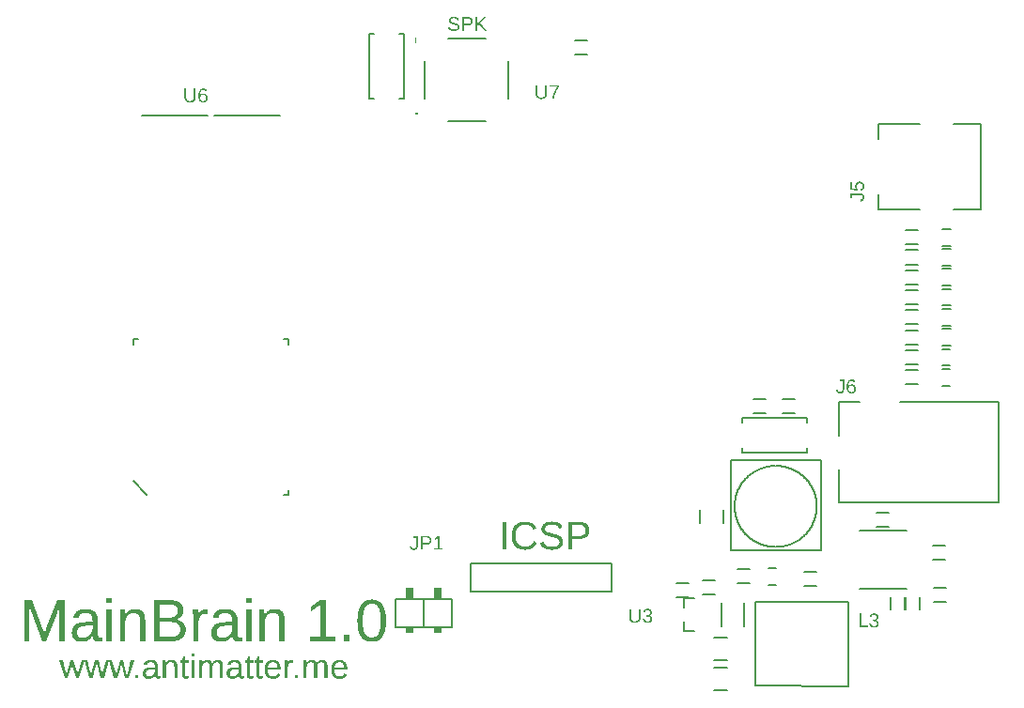
<source format=gbr>
G04 EAGLE Gerber RS-274X export*
G75*
%MOMM*%
%FSLAX34Y34*%
%LPD*%
%INSilkscreen Top*%
%IPPOS*%
%AMOC8*
5,1,8,0,0,1.08239X$1,22.5*%
G01*
G04 Define Apertures*
%ADD10C,0.127000*%
%ADD11C,0.152400*%
%ADD12R,0.762000X0.508000*%
%ADD13R,0.762000X1.016000*%
G36*
X242255Y60496D02*
X227208Y60496D01*
X227208Y97562D01*
X240676Y97562D01*
X241479Y97553D01*
X242256Y97527D01*
X243008Y97483D01*
X243734Y97421D01*
X244435Y97342D01*
X245111Y97245D01*
X245760Y97131D01*
X246385Y96999D01*
X246984Y96850D01*
X247557Y96683D01*
X248105Y96499D01*
X248627Y96297D01*
X249124Y96077D01*
X249596Y95840D01*
X250042Y95585D01*
X250462Y95313D01*
X250857Y95023D01*
X251227Y94715D01*
X251571Y94390D01*
X251889Y94047D01*
X252182Y93687D01*
X252450Y93309D01*
X252692Y92914D01*
X252909Y92501D01*
X253100Y92071D01*
X253265Y91622D01*
X253406Y91157D01*
X253520Y90674D01*
X253610Y90173D01*
X253673Y89654D01*
X253711Y89119D01*
X253724Y88565D01*
X253717Y88158D01*
X253695Y87759D01*
X253659Y87369D01*
X253609Y86987D01*
X253544Y86613D01*
X253465Y86247D01*
X253372Y85889D01*
X253264Y85540D01*
X253142Y85199D01*
X253005Y84866D01*
X252854Y84541D01*
X252688Y84224D01*
X252509Y83916D01*
X252314Y83616D01*
X252106Y83324D01*
X251883Y83041D01*
X251647Y82767D01*
X251399Y82505D01*
X251100Y82230D01*
X250867Y82015D01*
X250287Y81571D01*
X249660Y81173D01*
X248985Y80821D01*
X248262Y80515D01*
X247492Y80256D01*
X246674Y80042D01*
X247219Y79969D01*
X247747Y79880D01*
X248260Y79777D01*
X248757Y79660D01*
X249238Y79527D01*
X249704Y79379D01*
X250153Y79216D01*
X250587Y79039D01*
X251005Y78846D01*
X251407Y78639D01*
X251793Y78417D01*
X252164Y78180D01*
X252519Y77928D01*
X252857Y77661D01*
X253139Y77415D01*
X253180Y77379D01*
X253487Y77082D01*
X253777Y76773D01*
X254048Y76454D01*
X254301Y76125D01*
X254535Y75786D01*
X254750Y75437D01*
X254946Y75078D01*
X255124Y74709D01*
X255283Y74330D01*
X255423Y73941D01*
X255545Y73542D01*
X255648Y73134D01*
X255732Y72715D01*
X255797Y72286D01*
X255844Y71847D01*
X255872Y71399D01*
X255881Y70940D01*
X255867Y70330D01*
X255825Y69738D01*
X255755Y69163D01*
X255656Y68604D01*
X255529Y68063D01*
X255374Y67540D01*
X255191Y67033D01*
X254980Y66543D01*
X254741Y66071D01*
X254474Y65616D01*
X254178Y65178D01*
X253854Y64757D01*
X253502Y64353D01*
X253122Y63967D01*
X252714Y63598D01*
X252277Y63245D01*
X251816Y62912D01*
X251332Y62601D01*
X250827Y62311D01*
X250299Y62043D01*
X249750Y61796D01*
X249179Y61570D01*
X248585Y61366D01*
X247970Y61184D01*
X247332Y61023D01*
X246673Y60883D01*
X245992Y60765D01*
X245288Y60668D01*
X244563Y60593D01*
X243815Y60539D01*
X243046Y60507D01*
X242255Y60496D01*
G37*
%LPC*%
G36*
X241992Y64521D02*
X242557Y64528D01*
X243103Y64548D01*
X243630Y64581D01*
X244137Y64628D01*
X244625Y64688D01*
X245093Y64762D01*
X245541Y64848D01*
X245970Y64949D01*
X246380Y65062D01*
X246770Y65189D01*
X247140Y65329D01*
X247491Y65483D01*
X247823Y65650D01*
X248135Y65830D01*
X248427Y66024D01*
X248700Y66231D01*
X248955Y66451D01*
X249193Y66685D01*
X249415Y66931D01*
X249620Y67191D01*
X249810Y67464D01*
X249982Y67750D01*
X250138Y68049D01*
X250278Y68362D01*
X250401Y68687D01*
X250508Y69026D01*
X250599Y69378D01*
X250673Y69743D01*
X250730Y70121D01*
X250771Y70512D01*
X250796Y70917D01*
X250804Y71334D01*
X250795Y71737D01*
X250768Y72128D01*
X250723Y72505D01*
X250660Y72870D01*
X250579Y73222D01*
X250481Y73561D01*
X250364Y73887D01*
X250229Y74200D01*
X250076Y74501D01*
X249905Y74789D01*
X249716Y75064D01*
X249509Y75326D01*
X249285Y75575D01*
X249042Y75812D01*
X248781Y76036D01*
X248502Y76247D01*
X248206Y76445D01*
X247891Y76631D01*
X247558Y76804D01*
X247208Y76964D01*
X246839Y77111D01*
X246452Y77245D01*
X246048Y77367D01*
X245625Y77475D01*
X245185Y77571D01*
X244726Y77654D01*
X244250Y77725D01*
X243755Y77782D01*
X243242Y77827D01*
X242712Y77859D01*
X242164Y77878D01*
X241597Y77885D01*
X232232Y77885D01*
X232232Y64521D01*
X241992Y64521D01*
G37*
G36*
X240676Y81804D02*
X241171Y81810D01*
X241651Y81828D01*
X242114Y81858D01*
X242561Y81899D01*
X242993Y81952D01*
X243408Y82017D01*
X243808Y82094D01*
X244191Y82182D01*
X244559Y82283D01*
X244911Y82395D01*
X245247Y82519D01*
X245567Y82655D01*
X245871Y82803D01*
X246159Y82962D01*
X246431Y83134D01*
X246687Y83317D01*
X246928Y83512D01*
X247153Y83720D01*
X247362Y83941D01*
X247556Y84174D01*
X247735Y84420D01*
X247898Y84679D01*
X248045Y84950D01*
X248177Y85234D01*
X248293Y85531D01*
X248394Y85840D01*
X248479Y86161D01*
X248549Y86496D01*
X248604Y86843D01*
X248642Y87203D01*
X248666Y87575D01*
X248673Y87960D01*
X248665Y88328D01*
X248641Y88683D01*
X248601Y89024D01*
X248545Y89353D01*
X248473Y89667D01*
X248385Y89969D01*
X248281Y90257D01*
X248160Y90531D01*
X248024Y90793D01*
X247872Y91041D01*
X247704Y91275D01*
X247519Y91497D01*
X247319Y91704D01*
X247102Y91899D01*
X246870Y92080D01*
X246622Y92248D01*
X246080Y92550D01*
X245481Y92812D01*
X244824Y93033D01*
X244109Y93215D01*
X243337Y93356D01*
X242508Y93456D01*
X241621Y93517D01*
X240676Y93537D01*
X232232Y93537D01*
X232232Y81804D01*
X240676Y81804D01*
G37*
%LPD*%
G36*
X423391Y59970D02*
X422605Y59989D01*
X421843Y60046D01*
X421106Y60141D01*
X420394Y60274D01*
X419707Y60446D01*
X419045Y60655D01*
X418407Y60902D01*
X417795Y61187D01*
X417207Y61510D01*
X416644Y61871D01*
X416106Y62270D01*
X415593Y62708D01*
X415105Y63183D01*
X414642Y63696D01*
X414203Y64248D01*
X413789Y64837D01*
X413401Y65463D01*
X413037Y66123D01*
X412699Y66819D01*
X412385Y67550D01*
X412097Y68315D01*
X411834Y69116D01*
X411596Y69951D01*
X411382Y70822D01*
X411194Y71727D01*
X411031Y72667D01*
X410894Y73642D01*
X410781Y74652D01*
X410693Y75697D01*
X410630Y76777D01*
X410593Y77892D01*
X410580Y79042D01*
X410592Y80217D01*
X410629Y81355D01*
X410690Y82455D01*
X410775Y83518D01*
X410885Y84543D01*
X411019Y85531D01*
X411177Y86481D01*
X411359Y87394D01*
X411566Y88270D01*
X411798Y89108D01*
X412054Y89909D01*
X412334Y90673D01*
X412638Y91399D01*
X412967Y92088D01*
X413320Y92739D01*
X413697Y93353D01*
X414101Y93929D01*
X414533Y94469D01*
X414994Y94971D01*
X415482Y95436D01*
X415999Y95864D01*
X416544Y96254D01*
X417117Y96608D01*
X417719Y96924D01*
X418349Y97203D01*
X419007Y97445D01*
X419693Y97649D01*
X420408Y97817D01*
X421151Y97947D01*
X421922Y98040D01*
X422721Y98096D01*
X423549Y98114D01*
X424354Y98095D01*
X425133Y98039D01*
X425885Y97945D01*
X426610Y97813D01*
X427308Y97644D01*
X427979Y97437D01*
X428623Y97193D01*
X429241Y96911D01*
X429832Y96591D01*
X430396Y96234D01*
X430933Y95839D01*
X431443Y95406D01*
X431927Y94936D01*
X432384Y94428D01*
X432814Y93883D01*
X433217Y93300D01*
X433594Y92680D01*
X433947Y92024D01*
X434276Y91332D01*
X434580Y90604D01*
X434860Y89839D01*
X435116Y89039D01*
X435348Y88202D01*
X435555Y87329D01*
X435737Y86419D01*
X435896Y85474D01*
X436029Y84492D01*
X436139Y83475D01*
X436224Y82421D01*
X436285Y81331D01*
X436322Y80205D01*
X436334Y79042D01*
X436321Y77899D01*
X436283Y76789D01*
X436219Y75714D01*
X436129Y74674D01*
X436014Y73667D01*
X435873Y72695D01*
X435707Y71758D01*
X435515Y70854D01*
X435298Y69985D01*
X435055Y69151D01*
X434786Y68350D01*
X434492Y67584D01*
X434172Y66852D01*
X433826Y66155D01*
X433455Y65492D01*
X433059Y64863D01*
X432637Y64271D01*
X432191Y63716D01*
X431721Y63200D01*
X431226Y62723D01*
X430707Y62283D01*
X430164Y61882D01*
X429596Y61518D01*
X429004Y61193D01*
X428388Y60907D01*
X427747Y60658D01*
X427082Y60448D01*
X426393Y60276D01*
X425679Y60142D01*
X424941Y60047D01*
X424178Y59989D01*
X423391Y59970D01*
G37*
%LPC*%
G36*
X423444Y63837D02*
X423958Y63852D01*
X424455Y63896D01*
X424934Y63969D01*
X425395Y64071D01*
X425840Y64202D01*
X426266Y64363D01*
X426676Y64552D01*
X427068Y64771D01*
X427442Y65019D01*
X427799Y65296D01*
X428138Y65603D01*
X428460Y65938D01*
X428765Y66303D01*
X429052Y66697D01*
X429321Y67120D01*
X429573Y67573D01*
X429809Y68055D01*
X430029Y68569D01*
X430235Y69114D01*
X430425Y69690D01*
X430600Y70298D01*
X430759Y70937D01*
X430904Y71607D01*
X431033Y72308D01*
X431147Y73040D01*
X431246Y73804D01*
X431330Y74599D01*
X431398Y75425D01*
X431451Y76283D01*
X431489Y77171D01*
X431512Y78091D01*
X431520Y79042D01*
X431513Y80028D01*
X431491Y80979D01*
X431455Y81896D01*
X431404Y82778D01*
X431339Y83625D01*
X431259Y84438D01*
X431165Y85217D01*
X431056Y85961D01*
X430933Y86670D01*
X430795Y87345D01*
X430643Y87985D01*
X430477Y88591D01*
X430296Y89163D01*
X430100Y89699D01*
X429890Y90202D01*
X429665Y90670D01*
X429424Y91106D01*
X429164Y91514D01*
X428885Y91894D01*
X428588Y92246D01*
X428271Y92570D01*
X427936Y92866D01*
X427582Y93133D01*
X427209Y93372D01*
X426817Y93584D01*
X426407Y93767D01*
X425978Y93921D01*
X425529Y94048D01*
X425063Y94147D01*
X424577Y94217D01*
X424072Y94259D01*
X423549Y94273D01*
X423013Y94260D01*
X422496Y94218D01*
X421998Y94149D01*
X421519Y94051D01*
X421060Y93927D01*
X420620Y93774D01*
X420199Y93594D01*
X419797Y93386D01*
X419415Y93150D01*
X419051Y92886D01*
X418707Y92595D01*
X418382Y92276D01*
X418077Y91929D01*
X417790Y91554D01*
X417523Y91152D01*
X417275Y90722D01*
X417044Y90260D01*
X416828Y89763D01*
X416627Y89229D01*
X416441Y88660D01*
X416269Y88056D01*
X416113Y87415D01*
X415971Y86739D01*
X415845Y86026D01*
X415733Y85279D01*
X415636Y84495D01*
X415554Y83676D01*
X415487Y82820D01*
X415435Y81929D01*
X415398Y81003D01*
X415375Y80040D01*
X415368Y79042D01*
X415375Y78072D01*
X415398Y77135D01*
X415436Y76232D01*
X415489Y75361D01*
X415557Y74523D01*
X415640Y73719D01*
X415738Y72947D01*
X415851Y72209D01*
X415980Y71504D01*
X416123Y70832D01*
X416282Y70193D01*
X416455Y69587D01*
X416644Y69014D01*
X416848Y68474D01*
X417067Y67967D01*
X417301Y67494D01*
X417552Y67051D01*
X417820Y66637D01*
X418106Y66251D01*
X418410Y65894D01*
X418732Y65566D01*
X419071Y65266D01*
X419429Y64994D01*
X419804Y64751D01*
X420197Y64537D01*
X420607Y64351D01*
X421035Y64194D01*
X421482Y64066D01*
X421945Y63966D01*
X422427Y63894D01*
X422927Y63852D01*
X423444Y63837D01*
G37*
%LPD*%
G36*
X114898Y60496D02*
X110426Y60496D01*
X110426Y97562D01*
X117029Y97562D01*
X126894Y71861D01*
X127410Y70253D01*
X127907Y68533D01*
X128311Y67004D01*
X128551Y65968D01*
X128685Y66562D01*
X128877Y67293D01*
X129126Y68160D01*
X129433Y69164D01*
X129995Y70910D01*
X130195Y71485D01*
X130340Y71861D01*
X140021Y97562D01*
X146466Y97562D01*
X146466Y60496D01*
X141941Y60496D01*
X141941Y85224D01*
X141956Y87256D01*
X142000Y89249D01*
X142074Y91202D01*
X142178Y93116D01*
X141550Y90890D01*
X140955Y88920D01*
X140392Y87207D01*
X139863Y85750D01*
X130287Y60496D01*
X126762Y60496D01*
X117055Y85750D01*
X115582Y90222D01*
X114714Y93116D01*
X114793Y90196D01*
X114898Y85224D01*
X114898Y60496D01*
G37*
G36*
X161773Y59970D02*
X161245Y59979D01*
X160734Y60006D01*
X160240Y60050D01*
X159762Y60112D01*
X159301Y60191D01*
X158856Y60288D01*
X158429Y60403D01*
X158017Y60536D01*
X157623Y60686D01*
X157245Y60854D01*
X156884Y61040D01*
X156539Y61243D01*
X156211Y61464D01*
X155900Y61702D01*
X155606Y61959D01*
X155328Y62233D01*
X155066Y62522D01*
X154822Y62824D01*
X154595Y63140D01*
X154384Y63469D01*
X154190Y63811D01*
X154013Y64166D01*
X153853Y64534D01*
X153710Y64916D01*
X153583Y65310D01*
X153474Y65718D01*
X153381Y66139D01*
X153305Y66573D01*
X153246Y67020D01*
X153204Y67481D01*
X153179Y67954D01*
X153171Y68441D01*
X153182Y68985D01*
X153216Y69514D01*
X153273Y70026D01*
X153352Y70522D01*
X153454Y71003D01*
X153579Y71467D01*
X153727Y71915D01*
X153897Y72347D01*
X154090Y72763D01*
X154306Y73164D01*
X154544Y73548D01*
X154806Y73916D01*
X155090Y74268D01*
X155396Y74604D01*
X155725Y74924D01*
X156077Y75228D01*
X156455Y75515D01*
X156860Y75785D01*
X157293Y76038D01*
X157754Y76273D01*
X158242Y76492D01*
X158759Y76693D01*
X159303Y76876D01*
X159875Y77043D01*
X160475Y77192D01*
X161103Y77324D01*
X161759Y77439D01*
X162443Y77536D01*
X163154Y77616D01*
X163893Y77679D01*
X164661Y77725D01*
X165456Y77753D01*
X171848Y77858D01*
X171848Y79410D01*
X171825Y80248D01*
X171796Y80643D01*
X171756Y81023D01*
X171704Y81388D01*
X171641Y81737D01*
X171566Y82071D01*
X171480Y82390D01*
X171382Y82693D01*
X171272Y82980D01*
X171152Y83253D01*
X171019Y83509D01*
X170875Y83751D01*
X170720Y83977D01*
X170553Y84187D01*
X170375Y84382D01*
X170184Y84564D01*
X169980Y84734D01*
X169763Y84892D01*
X169533Y85038D01*
X169290Y85173D01*
X169033Y85296D01*
X168764Y85407D01*
X168481Y85507D01*
X168185Y85595D01*
X167876Y85671D01*
X167553Y85735D01*
X167218Y85788D01*
X166869Y85829D01*
X166508Y85858D01*
X166133Y85876D01*
X165745Y85882D01*
X164976Y85865D01*
X164262Y85814D01*
X163602Y85730D01*
X162996Y85612D01*
X162444Y85460D01*
X161947Y85275D01*
X161504Y85056D01*
X161115Y84803D01*
X160771Y84513D01*
X160464Y84183D01*
X160193Y83813D01*
X159958Y83402D01*
X159759Y82952D01*
X159596Y82460D01*
X159469Y81929D01*
X159379Y81357D01*
X154433Y81804D01*
X154518Y82277D01*
X154620Y82734D01*
X154739Y83177D01*
X154876Y83605D01*
X155031Y84017D01*
X155203Y84415D01*
X155393Y84797D01*
X155601Y85165D01*
X155826Y85518D01*
X156068Y85855D01*
X156328Y86178D01*
X156606Y86485D01*
X156901Y86778D01*
X157214Y87055D01*
X157545Y87318D01*
X157892Y87565D01*
X158258Y87798D01*
X158641Y88015D01*
X159042Y88218D01*
X159460Y88406D01*
X159896Y88578D01*
X160349Y88736D01*
X160820Y88878D01*
X161309Y89006D01*
X161815Y89118D01*
X162339Y89216D01*
X162880Y89298D01*
X163439Y89366D01*
X164015Y89418D01*
X164609Y89456D01*
X165221Y89478D01*
X165850Y89486D01*
X166511Y89476D01*
X167150Y89447D01*
X167769Y89399D01*
X168367Y89332D01*
X168945Y89246D01*
X169501Y89140D01*
X170037Y89015D01*
X170552Y88871D01*
X171047Y88707D01*
X171520Y88525D01*
X171973Y88323D01*
X172405Y88102D01*
X172817Y87862D01*
X173207Y87603D01*
X173577Y87324D01*
X173926Y87026D01*
X174254Y86710D01*
X174561Y86377D01*
X174847Y86027D01*
X175112Y85659D01*
X175355Y85274D01*
X175577Y84872D01*
X175778Y84453D01*
X175958Y84017D01*
X176117Y83564D01*
X176255Y83094D01*
X176371Y82606D01*
X176466Y82101D01*
X176540Y81579D01*
X176593Y81040D01*
X176625Y80484D01*
X176636Y79910D01*
X176636Y67652D01*
X176644Y67142D01*
X176670Y66664D01*
X176713Y66219D01*
X176774Y65807D01*
X176851Y65427D01*
X176946Y65079D01*
X177059Y64764D01*
X177188Y64482D01*
X177342Y64232D01*
X177527Y64016D01*
X177743Y63832D01*
X177990Y63683D01*
X178269Y63566D01*
X178579Y63483D01*
X178920Y63433D01*
X179293Y63416D01*
X179646Y63428D01*
X180023Y63462D01*
X180422Y63520D01*
X180845Y63600D01*
X180845Y60654D01*
X179945Y60470D01*
X179492Y60398D01*
X179036Y60339D01*
X178578Y60293D01*
X178117Y60260D01*
X177654Y60240D01*
X177188Y60233D01*
X176553Y60255D01*
X175962Y60320D01*
X175417Y60428D01*
X174916Y60579D01*
X174460Y60773D01*
X174049Y61010D01*
X173682Y61291D01*
X173361Y61614D01*
X173078Y61984D01*
X172827Y62403D01*
X172609Y62870D01*
X172423Y63387D01*
X172270Y63952D01*
X172150Y64566D01*
X172061Y65230D01*
X172006Y65942D01*
X171848Y65942D01*
X171385Y65156D01*
X170903Y64430D01*
X170403Y63763D01*
X169885Y63157D01*
X169348Y62609D01*
X168792Y62122D01*
X168218Y61693D01*
X167626Y61325D01*
X167008Y61007D01*
X166357Y60732D01*
X165674Y60499D01*
X164959Y60309D01*
X164211Y60161D01*
X163431Y60055D01*
X162618Y59991D01*
X161773Y59970D01*
G37*
%LPC*%
G36*
X162851Y63522D02*
X163493Y63540D01*
X164117Y63596D01*
X164723Y63688D01*
X165311Y63817D01*
X165881Y63984D01*
X166432Y64187D01*
X166966Y64428D01*
X167481Y64705D01*
X167974Y65015D01*
X168440Y65352D01*
X168880Y65717D01*
X169293Y66109D01*
X169679Y66529D01*
X170039Y66977D01*
X170371Y67452D01*
X170677Y67954D01*
X170952Y68472D01*
X171189Y68994D01*
X171391Y69520D01*
X171555Y70049D01*
X171683Y70582D01*
X171775Y71118D01*
X171830Y71659D01*
X171848Y72203D01*
X171848Y74544D01*
X166666Y74439D01*
X165856Y74416D01*
X165096Y74376D01*
X164387Y74318D01*
X163729Y74241D01*
X163121Y74147D01*
X162564Y74034D01*
X162058Y73903D01*
X161602Y73755D01*
X161183Y73586D01*
X160790Y73396D01*
X160422Y73185D01*
X160079Y72952D01*
X159761Y72698D01*
X159468Y72423D01*
X159201Y72126D01*
X158958Y71808D01*
X158742Y71466D01*
X158555Y71099D01*
X158397Y70707D01*
X158267Y70289D01*
X158167Y69845D01*
X158095Y69376D01*
X158052Y68882D01*
X158037Y68362D01*
X158057Y67800D01*
X158115Y67270D01*
X158213Y66774D01*
X158350Y66310D01*
X158525Y65879D01*
X158740Y65481D01*
X158994Y65116D01*
X159287Y64784D01*
X159616Y64488D01*
X159978Y64232D01*
X160374Y64015D01*
X160803Y63837D01*
X161265Y63699D01*
X161760Y63600D01*
X162289Y63541D01*
X162851Y63522D01*
G37*
%LPD*%
G36*
X287554Y59970D02*
X287026Y59979D01*
X286515Y60006D01*
X286021Y60050D01*
X285543Y60112D01*
X285082Y60191D01*
X284638Y60288D01*
X284210Y60403D01*
X283799Y60536D01*
X283404Y60686D01*
X283026Y60854D01*
X282665Y61040D01*
X282321Y61243D01*
X281993Y61464D01*
X281681Y61702D01*
X281387Y61959D01*
X281109Y62233D01*
X280848Y62522D01*
X280603Y62824D01*
X280376Y63140D01*
X280165Y63469D01*
X279971Y63811D01*
X279794Y64166D01*
X279634Y64534D01*
X279491Y64916D01*
X279365Y65310D01*
X279255Y65718D01*
X279162Y66139D01*
X279087Y66573D01*
X279028Y67020D01*
X278985Y67481D01*
X278960Y67954D01*
X278952Y68441D01*
X278963Y68985D01*
X278997Y69514D01*
X279054Y70026D01*
X279133Y70522D01*
X279236Y71003D01*
X279361Y71467D01*
X279508Y71915D01*
X279678Y72347D01*
X279872Y72763D01*
X280087Y73164D01*
X280326Y73548D01*
X280587Y73916D01*
X280871Y74268D01*
X281177Y74604D01*
X281507Y74924D01*
X281859Y75228D01*
X282236Y75515D01*
X282641Y75785D01*
X283074Y76038D01*
X283535Y76273D01*
X284023Y76492D01*
X284540Y76693D01*
X285084Y76876D01*
X285657Y77043D01*
X286257Y77192D01*
X286885Y77324D01*
X287540Y77439D01*
X288224Y77536D01*
X288935Y77616D01*
X289675Y77679D01*
X290442Y77725D01*
X291237Y77753D01*
X297629Y77858D01*
X297629Y79410D01*
X297606Y80248D01*
X297577Y80643D01*
X297537Y81023D01*
X297485Y81388D01*
X297422Y81737D01*
X297347Y82071D01*
X297261Y82390D01*
X297163Y82693D01*
X297054Y82980D01*
X296933Y83253D01*
X296801Y83509D01*
X296657Y83751D01*
X296501Y83977D01*
X296334Y84187D01*
X296156Y84382D01*
X295965Y84564D01*
X295761Y84734D01*
X295544Y84892D01*
X295314Y85038D01*
X295071Y85173D01*
X294814Y85296D01*
X294545Y85407D01*
X294262Y85507D01*
X293966Y85595D01*
X293657Y85671D01*
X293335Y85735D01*
X292999Y85788D01*
X292651Y85829D01*
X292289Y85858D01*
X291914Y85876D01*
X291526Y85882D01*
X290757Y85865D01*
X290043Y85814D01*
X289383Y85730D01*
X288777Y85612D01*
X288226Y85460D01*
X287728Y85275D01*
X287285Y85056D01*
X286896Y84803D01*
X286553Y84513D01*
X286245Y84183D01*
X285974Y83813D01*
X285739Y83402D01*
X285540Y82952D01*
X285377Y82460D01*
X285250Y81929D01*
X285160Y81357D01*
X280214Y81804D01*
X280299Y82277D01*
X280401Y82734D01*
X280520Y83177D01*
X280658Y83605D01*
X280812Y84017D01*
X280985Y84415D01*
X281174Y84797D01*
X281382Y85165D01*
X281607Y85518D01*
X281849Y85855D01*
X282110Y86178D01*
X282387Y86485D01*
X282682Y86778D01*
X282995Y87055D01*
X283326Y87318D01*
X283674Y87565D01*
X284039Y87798D01*
X284422Y88015D01*
X284823Y88218D01*
X285241Y88406D01*
X285677Y88578D01*
X286131Y88736D01*
X286602Y88878D01*
X287090Y89006D01*
X287596Y89118D01*
X288120Y89216D01*
X288661Y89298D01*
X289220Y89366D01*
X289797Y89418D01*
X290391Y89456D01*
X291002Y89478D01*
X291631Y89486D01*
X292292Y89476D01*
X292931Y89447D01*
X293550Y89399D01*
X294149Y89332D01*
X294726Y89246D01*
X295283Y89140D01*
X295818Y89015D01*
X296334Y88871D01*
X296828Y88707D01*
X297302Y88525D01*
X297754Y88323D01*
X298187Y88102D01*
X298598Y87862D01*
X298988Y87603D01*
X299358Y87324D01*
X299707Y87026D01*
X300035Y86710D01*
X300342Y86377D01*
X300628Y86027D01*
X300893Y85659D01*
X301136Y85274D01*
X301358Y84872D01*
X301560Y84453D01*
X301739Y84017D01*
X301898Y83564D01*
X302036Y83094D01*
X302152Y82606D01*
X302248Y82101D01*
X302322Y81579D01*
X302375Y81040D01*
X302406Y80484D01*
X302417Y79910D01*
X302417Y67652D01*
X302426Y67142D01*
X302451Y66664D01*
X302495Y66219D01*
X302555Y65807D01*
X302633Y65427D01*
X302728Y65079D01*
X302840Y64764D01*
X302969Y64482D01*
X303123Y64232D01*
X303308Y64016D01*
X303524Y63832D01*
X303772Y63683D01*
X304050Y63566D01*
X304360Y63483D01*
X304701Y63433D01*
X305074Y63416D01*
X305427Y63428D01*
X305804Y63462D01*
X306203Y63520D01*
X306626Y63600D01*
X306626Y60654D01*
X305727Y60470D01*
X305273Y60398D01*
X304817Y60339D01*
X304359Y60293D01*
X303898Y60260D01*
X303435Y60240D01*
X302969Y60233D01*
X302334Y60255D01*
X301744Y60320D01*
X301198Y60428D01*
X300697Y60579D01*
X300241Y60773D01*
X299830Y61010D01*
X299463Y61291D01*
X299142Y61614D01*
X298859Y61984D01*
X298608Y62403D01*
X298390Y62870D01*
X298205Y63387D01*
X298051Y63952D01*
X297931Y64566D01*
X297843Y65230D01*
X297787Y65942D01*
X297629Y65942D01*
X297166Y65156D01*
X296685Y64430D01*
X296185Y63763D01*
X295666Y63157D01*
X295129Y62609D01*
X294574Y62122D01*
X294000Y61693D01*
X293407Y61325D01*
X292789Y61007D01*
X292139Y60732D01*
X291456Y60499D01*
X290740Y60309D01*
X289992Y60161D01*
X289212Y60055D01*
X288399Y59991D01*
X287554Y59970D01*
G37*
%LPC*%
G36*
X288632Y63522D02*
X289274Y63540D01*
X289898Y63596D01*
X290504Y63688D01*
X291092Y63817D01*
X291662Y63984D01*
X292213Y64187D01*
X292747Y64428D01*
X293262Y64705D01*
X293755Y65015D01*
X294222Y65352D01*
X294661Y65717D01*
X295074Y66109D01*
X295460Y66529D01*
X295820Y66977D01*
X296153Y67452D01*
X296459Y67954D01*
X296733Y68472D01*
X296971Y68994D01*
X297172Y69520D01*
X297337Y70049D01*
X297465Y70582D01*
X297556Y71118D01*
X297611Y71659D01*
X297629Y72203D01*
X297629Y74544D01*
X292447Y74439D01*
X291637Y74416D01*
X290878Y74376D01*
X290169Y74318D01*
X289510Y74241D01*
X288903Y74147D01*
X288346Y74034D01*
X287839Y73903D01*
X287383Y73755D01*
X286965Y73586D01*
X286572Y73396D01*
X286203Y73185D01*
X285860Y72952D01*
X285543Y72698D01*
X285250Y72423D01*
X284982Y72126D01*
X284739Y71808D01*
X284523Y71466D01*
X284336Y71099D01*
X284178Y70707D01*
X284049Y70289D01*
X283948Y69845D01*
X283876Y69376D01*
X283833Y68882D01*
X283818Y68362D01*
X283838Y67800D01*
X283897Y67270D01*
X283994Y66774D01*
X284131Y66310D01*
X284307Y65879D01*
X284521Y65481D01*
X284775Y65116D01*
X285068Y64784D01*
X285397Y64488D01*
X285759Y64232D01*
X286155Y64015D01*
X286584Y63837D01*
X287046Y63699D01*
X287542Y63600D01*
X288070Y63541D01*
X288632Y63522D01*
G37*
%LPD*%
G36*
X201290Y60496D02*
X196555Y60496D01*
X196555Y82883D01*
X196545Y85127D01*
X196515Y86888D01*
X196466Y88165D01*
X196434Y88623D01*
X196397Y88960D01*
X200869Y88960D01*
X200895Y88716D01*
X200922Y88249D01*
X200987Y86921D01*
X201030Y85839D01*
X201080Y84093D01*
X201158Y84093D01*
X201574Y84803D01*
X202006Y85458D01*
X202454Y86060D01*
X202918Y86608D01*
X203398Y87103D01*
X203893Y87543D01*
X204405Y87930D01*
X204933Y88262D01*
X205486Y88549D01*
X206070Y88798D01*
X206687Y89008D01*
X207337Y89180D01*
X208019Y89314D01*
X208734Y89409D01*
X209481Y89467D01*
X210260Y89486D01*
X210836Y89477D01*
X211392Y89449D01*
X211928Y89404D01*
X212445Y89340D01*
X212942Y89258D01*
X213419Y89158D01*
X213877Y89040D01*
X214315Y88904D01*
X214733Y88749D01*
X215132Y88576D01*
X215511Y88385D01*
X215871Y88176D01*
X216211Y87949D01*
X216531Y87703D01*
X216832Y87440D01*
X217113Y87158D01*
X217376Y86855D01*
X217622Y86528D01*
X217851Y86178D01*
X218063Y85804D01*
X218258Y85406D01*
X218436Y84984D01*
X218597Y84539D01*
X218741Y84070D01*
X218868Y83577D01*
X218978Y83061D01*
X219071Y82520D01*
X219148Y81956D01*
X219207Y81369D01*
X219249Y80757D01*
X219275Y80122D01*
X219283Y79463D01*
X219283Y60496D01*
X214522Y60496D01*
X214522Y78542D01*
X214513Y79226D01*
X214487Y79871D01*
X214444Y80476D01*
X214384Y81041D01*
X214306Y81568D01*
X214211Y82054D01*
X214099Y82501D01*
X213970Y82909D01*
X213821Y83284D01*
X213652Y83631D01*
X213463Y83951D01*
X213253Y84244D01*
X213022Y84510D01*
X212771Y84749D01*
X212499Y84961D01*
X212207Y85145D01*
X211887Y85306D01*
X211531Y85444D01*
X211140Y85562D01*
X210714Y85658D01*
X210253Y85733D01*
X209756Y85786D01*
X209223Y85818D01*
X208656Y85829D01*
X208234Y85820D01*
X207823Y85793D01*
X207424Y85747D01*
X207036Y85683D01*
X206660Y85601D01*
X206294Y85500D01*
X205940Y85381D01*
X205598Y85244D01*
X205266Y85088D01*
X204946Y84915D01*
X204637Y84723D01*
X204340Y84512D01*
X204054Y84284D01*
X203779Y84037D01*
X203515Y83771D01*
X203263Y83488D01*
X203024Y83188D01*
X202801Y82874D01*
X202592Y82546D01*
X202400Y82204D01*
X202223Y81847D01*
X202061Y81477D01*
X201914Y81092D01*
X201783Y80693D01*
X201668Y80280D01*
X201567Y79852D01*
X201483Y79411D01*
X201413Y78955D01*
X201359Y78485D01*
X201321Y78001D01*
X201298Y77503D01*
X201290Y76990D01*
X201290Y60496D01*
G37*
G36*
X327071Y60496D02*
X322336Y60496D01*
X322336Y82883D01*
X322326Y85127D01*
X322297Y86888D01*
X322247Y88165D01*
X322215Y88623D01*
X322178Y88960D01*
X326650Y88960D01*
X326677Y88716D01*
X326703Y88249D01*
X326769Y86921D01*
X326811Y85839D01*
X326861Y84093D01*
X326940Y84093D01*
X327355Y84803D01*
X327787Y85458D01*
X328235Y86060D01*
X328699Y86608D01*
X329179Y87103D01*
X329675Y87543D01*
X330187Y87930D01*
X330715Y88262D01*
X331267Y88549D01*
X331852Y88798D01*
X332469Y89008D01*
X333118Y89180D01*
X333800Y89314D01*
X334515Y89409D01*
X335262Y89467D01*
X336042Y89486D01*
X336617Y89477D01*
X337173Y89449D01*
X337709Y89404D01*
X338226Y89340D01*
X338723Y89258D01*
X339200Y89158D01*
X339658Y89040D01*
X340096Y88904D01*
X340515Y88749D01*
X340913Y88576D01*
X341293Y88385D01*
X341652Y88176D01*
X341992Y87949D01*
X342313Y87703D01*
X342613Y87440D01*
X342894Y87158D01*
X343157Y86855D01*
X343403Y86528D01*
X343632Y86178D01*
X343844Y85804D01*
X344039Y85406D01*
X344217Y84984D01*
X344378Y84539D01*
X344522Y84070D01*
X344649Y83577D01*
X344759Y83061D01*
X344853Y82520D01*
X344929Y81956D01*
X344988Y81369D01*
X345031Y80757D01*
X345056Y80122D01*
X345065Y79463D01*
X345065Y60496D01*
X340303Y60496D01*
X340303Y78542D01*
X340295Y79226D01*
X340269Y79871D01*
X340226Y80476D01*
X340165Y81041D01*
X340087Y81568D01*
X339992Y82054D01*
X339880Y82501D01*
X339751Y82909D01*
X339602Y83284D01*
X339433Y83631D01*
X339244Y83951D01*
X339034Y84244D01*
X338803Y84510D01*
X338552Y84749D01*
X338281Y84961D01*
X337988Y85145D01*
X337668Y85306D01*
X337313Y85444D01*
X336922Y85562D01*
X336495Y85658D01*
X336034Y85733D01*
X335537Y85786D01*
X335005Y85818D01*
X334437Y85829D01*
X334015Y85820D01*
X333605Y85793D01*
X333205Y85747D01*
X332817Y85683D01*
X332441Y85601D01*
X332076Y85500D01*
X331722Y85381D01*
X331379Y85244D01*
X331047Y85088D01*
X330727Y84915D01*
X330419Y84723D01*
X330121Y84512D01*
X329835Y84284D01*
X329560Y84037D01*
X329296Y83771D01*
X329044Y83488D01*
X328805Y83188D01*
X328582Y82874D01*
X328374Y82546D01*
X328181Y82204D01*
X328004Y81847D01*
X327842Y81477D01*
X327695Y81092D01*
X327564Y80693D01*
X327449Y80280D01*
X327349Y79852D01*
X327264Y79411D01*
X327195Y78955D01*
X327141Y78485D01*
X327102Y78001D01*
X327079Y77503D01*
X327071Y76990D01*
X327071Y60496D01*
G37*
G36*
X390870Y60496D02*
X367642Y60496D01*
X367642Y64521D01*
X377086Y64521D01*
X377086Y93037D01*
X368720Y87066D01*
X368720Y91538D01*
X377480Y97562D01*
X381847Y97562D01*
X381847Y64521D01*
X390870Y64521D01*
X390870Y60496D01*
G37*
G36*
X267196Y60496D02*
X262461Y60496D01*
X262461Y82330D01*
X262451Y83869D01*
X262422Y85487D01*
X262372Y87184D01*
X262303Y88960D01*
X266775Y88960D01*
X266933Y85086D01*
X266973Y83874D01*
X266986Y83146D01*
X267091Y83146D01*
X267379Y84024D01*
X267678Y84830D01*
X267987Y85563D01*
X268308Y86224D01*
X268639Y86812D01*
X268980Y87329D01*
X269332Y87773D01*
X269695Y88144D01*
X270083Y88459D01*
X270508Y88731D01*
X270970Y88962D01*
X271471Y89150D01*
X272009Y89297D01*
X272586Y89402D01*
X273200Y89465D01*
X273852Y89486D01*
X274327Y89469D01*
X274805Y89420D01*
X275287Y89338D01*
X275772Y89223D01*
X275772Y84882D01*
X275259Y84997D01*
X274667Y85079D01*
X273996Y85129D01*
X273247Y85145D01*
X272884Y85135D01*
X272532Y85106D01*
X272191Y85056D01*
X271861Y84987D01*
X271541Y84897D01*
X271233Y84788D01*
X270936Y84659D01*
X270649Y84511D01*
X270373Y84342D01*
X270108Y84154D01*
X269854Y83945D01*
X269611Y83717D01*
X269379Y83469D01*
X269158Y83202D01*
X268948Y82914D01*
X268748Y82607D01*
X268560Y82281D01*
X268385Y81938D01*
X268221Y81577D01*
X268069Y81200D01*
X267930Y80806D01*
X267803Y80394D01*
X267687Y79965D01*
X267584Y79519D01*
X267493Y79056D01*
X267414Y78575D01*
X267348Y78078D01*
X267293Y77563D01*
X267251Y77031D01*
X267220Y76482D01*
X267202Y75916D01*
X267196Y75333D01*
X267196Y60496D01*
G37*
G36*
X189190Y60496D02*
X184455Y60496D01*
X184455Y88960D01*
X189190Y88960D01*
X189190Y60496D01*
G37*
G36*
X314971Y60496D02*
X310236Y60496D01*
X310236Y88960D01*
X314971Y88960D01*
X314971Y60496D01*
G37*
G36*
X403556Y60496D02*
X398426Y60496D01*
X398426Y66257D01*
X403556Y66257D01*
X403556Y60496D01*
G37*
G36*
X189190Y95010D02*
X184455Y95010D01*
X184455Y99535D01*
X189190Y99535D01*
X189190Y95010D01*
G37*
G36*
X314971Y95010D02*
X310236Y95010D01*
X310236Y99535D01*
X314971Y99535D01*
X314971Y95010D01*
G37*
G36*
X149801Y26967D02*
X146666Y26967D01*
X142098Y43279D01*
X144781Y43279D01*
X147540Y32198D01*
X147755Y31271D01*
X148188Y29213D01*
X148444Y30329D01*
X151852Y43279D01*
X154761Y43279D01*
X157610Y32078D01*
X158304Y29213D01*
X158771Y31309D01*
X161862Y43279D01*
X167094Y43279D01*
X169852Y32198D01*
X170067Y31271D01*
X170501Y29213D01*
X170757Y30329D01*
X174164Y43279D01*
X177074Y43279D01*
X179923Y32078D01*
X180616Y29213D01*
X181084Y31309D01*
X184174Y43279D01*
X189406Y43279D01*
X192165Y32198D01*
X192380Y31271D01*
X192813Y29213D01*
X193069Y30329D01*
X196477Y43279D01*
X199386Y43279D01*
X202235Y32078D01*
X202929Y29213D01*
X203396Y31309D01*
X206487Y43279D01*
X209140Y43279D01*
X204467Y26967D01*
X201316Y26967D01*
X198467Y38500D01*
X197924Y41048D01*
X197502Y39096D01*
X197202Y37860D01*
X196590Y35427D01*
X194426Y26967D01*
X191291Y26967D01*
X186775Y43094D01*
X182154Y26967D01*
X179003Y26967D01*
X176154Y38500D01*
X175611Y41048D01*
X175189Y39096D01*
X174890Y37860D01*
X174277Y35427D01*
X172114Y26967D01*
X168978Y26967D01*
X164462Y43094D01*
X159842Y26967D01*
X156691Y26967D01*
X153842Y38500D01*
X153299Y41048D01*
X152877Y39096D01*
X152577Y37860D01*
X151965Y35427D01*
X149801Y26967D01*
G37*
G36*
X222165Y26666D02*
X221570Y26686D01*
X221013Y26747D01*
X220494Y26848D01*
X220013Y26990D01*
X219571Y27172D01*
X219166Y27395D01*
X218800Y27658D01*
X218472Y27962D01*
X218182Y28301D01*
X217931Y28671D01*
X217719Y29070D01*
X217545Y29500D01*
X217410Y29960D01*
X217313Y30450D01*
X217255Y30970D01*
X217236Y31520D01*
X217242Y31832D01*
X217262Y32135D01*
X217294Y32429D01*
X217340Y32713D01*
X217398Y32988D01*
X217470Y33254D01*
X217555Y33511D01*
X217652Y33759D01*
X217763Y33997D01*
X217886Y34227D01*
X218173Y34658D01*
X218511Y35052D01*
X218902Y35410D01*
X219118Y35574D01*
X219350Y35729D01*
X219598Y35874D01*
X219862Y36009D01*
X220438Y36249D01*
X221078Y36450D01*
X221782Y36611D01*
X222549Y36732D01*
X223381Y36814D01*
X224276Y36857D01*
X227939Y36917D01*
X227939Y37807D01*
X227926Y38286D01*
X227887Y38731D01*
X227821Y39140D01*
X227728Y39514D01*
X227610Y39852D01*
X227465Y40156D01*
X227293Y40423D01*
X227095Y40656D01*
X226869Y40857D01*
X226613Y41032D01*
X226326Y41180D01*
X226010Y41300D01*
X225663Y41394D01*
X225286Y41462D01*
X224879Y41502D01*
X224442Y41515D01*
X224001Y41506D01*
X223592Y41477D01*
X223214Y41428D01*
X222866Y41361D01*
X222550Y41274D01*
X222265Y41168D01*
X222011Y41042D01*
X221789Y40897D01*
X221592Y40731D01*
X221415Y40542D01*
X221260Y40330D01*
X221125Y40094D01*
X221011Y39836D01*
X220918Y39554D01*
X220845Y39250D01*
X220794Y38922D01*
X217959Y39179D01*
X218066Y39712D01*
X218213Y40210D01*
X218401Y40675D01*
X218628Y41104D01*
X218896Y41500D01*
X219204Y41861D01*
X219553Y42188D01*
X219942Y42480D01*
X220371Y42738D01*
X220840Y42962D01*
X221350Y43151D01*
X221900Y43305D01*
X222490Y43426D01*
X223120Y43512D01*
X223791Y43563D01*
X224502Y43581D01*
X225247Y43559D01*
X225945Y43493D01*
X226595Y43382D01*
X227197Y43228D01*
X227752Y43030D01*
X228259Y42788D01*
X228718Y42501D01*
X229130Y42171D01*
X229494Y41799D01*
X229810Y41388D01*
X230077Y40937D01*
X230295Y40447D01*
X230465Y39917D01*
X230532Y39638D01*
X230586Y39349D01*
X230629Y39049D01*
X230659Y38741D01*
X230677Y38422D01*
X230683Y38093D01*
X230683Y31068D01*
X230703Y30502D01*
X230762Y30011D01*
X230861Y29594D01*
X230926Y29413D01*
X231000Y29251D01*
X231088Y29108D01*
X231194Y28984D01*
X231318Y28879D01*
X231460Y28793D01*
X231619Y28726D01*
X231797Y28679D01*
X231992Y28650D01*
X232206Y28641D01*
X232624Y28667D01*
X233095Y28746D01*
X233095Y27058D01*
X232580Y26952D01*
X232059Y26877D01*
X231532Y26832D01*
X231000Y26816D01*
X230636Y26829D01*
X230297Y26866D01*
X229985Y26928D01*
X229698Y27014D01*
X229436Y27126D01*
X229201Y27262D01*
X228991Y27422D01*
X228806Y27608D01*
X228644Y27820D01*
X228501Y28060D01*
X228376Y28328D01*
X228269Y28624D01*
X228181Y28948D01*
X228112Y29300D01*
X228062Y29680D01*
X228030Y30088D01*
X227939Y30088D01*
X227674Y29638D01*
X227398Y29222D01*
X227112Y28840D01*
X226814Y28492D01*
X226507Y28178D01*
X226188Y27899D01*
X225859Y27653D01*
X225520Y27442D01*
X225166Y27260D01*
X224793Y27102D01*
X224401Y26969D01*
X223991Y26860D01*
X223563Y26775D01*
X223116Y26714D01*
X222650Y26678D01*
X222165Y26666D01*
G37*
%LPC*%
G36*
X222784Y28701D02*
X223151Y28712D01*
X223509Y28743D01*
X223856Y28796D01*
X224193Y28871D01*
X224520Y28966D01*
X224836Y29083D01*
X225141Y29220D01*
X225437Y29379D01*
X225719Y29557D01*
X225987Y29750D01*
X226239Y29959D01*
X226475Y30184D01*
X226696Y30425D01*
X226902Y30681D01*
X227093Y30953D01*
X227269Y31241D01*
X227426Y31538D01*
X227562Y31837D01*
X227677Y32138D01*
X227772Y32442D01*
X227845Y32747D01*
X227897Y33054D01*
X227929Y33364D01*
X227939Y33676D01*
X227939Y35018D01*
X224970Y34957D01*
X224070Y34922D01*
X223664Y34888D01*
X223287Y34844D01*
X222938Y34790D01*
X222619Y34726D01*
X222329Y34651D01*
X222067Y34565D01*
X221828Y34469D01*
X221602Y34360D01*
X221392Y34239D01*
X221195Y34106D01*
X221013Y33960D01*
X220845Y33802D01*
X220691Y33632D01*
X220552Y33450D01*
X220429Y33254D01*
X220321Y33044D01*
X220231Y32819D01*
X220157Y32579D01*
X220099Y32325D01*
X220058Y32056D01*
X220033Y31773D01*
X220025Y31475D01*
X220036Y31153D01*
X220069Y30849D01*
X220125Y30565D01*
X220204Y30299D01*
X220304Y30052D01*
X220427Y29824D01*
X220573Y29615D01*
X220741Y29425D01*
X220929Y29255D01*
X221137Y29108D01*
X221364Y28984D01*
X221610Y28882D01*
X221874Y28803D01*
X222158Y28746D01*
X222461Y28712D01*
X222784Y28701D01*
G37*
%LPD*%
G36*
X297634Y26666D02*
X297039Y26686D01*
X296482Y26747D01*
X295963Y26848D01*
X295482Y26990D01*
X295040Y27172D01*
X294635Y27395D01*
X294269Y27658D01*
X293941Y27962D01*
X293651Y28301D01*
X293400Y28671D01*
X293187Y29070D01*
X293013Y29500D01*
X292878Y29960D01*
X292782Y30450D01*
X292724Y30970D01*
X292704Y31520D01*
X292711Y31832D01*
X292730Y32135D01*
X292763Y32429D01*
X292809Y32713D01*
X292867Y32988D01*
X292939Y33254D01*
X293023Y33511D01*
X293121Y33759D01*
X293232Y33997D01*
X293355Y34227D01*
X293641Y34658D01*
X293980Y35052D01*
X294370Y35410D01*
X294587Y35574D01*
X294819Y35729D01*
X295067Y35874D01*
X295331Y36009D01*
X295907Y36249D01*
X296547Y36450D01*
X297251Y36611D01*
X298018Y36732D01*
X298850Y36814D01*
X299745Y36857D01*
X303408Y36917D01*
X303408Y37807D01*
X303395Y38286D01*
X303355Y38731D01*
X303289Y39140D01*
X303197Y39514D01*
X303078Y39852D01*
X302933Y40156D01*
X302762Y40423D01*
X302564Y40656D01*
X302338Y40857D01*
X302082Y41032D01*
X301795Y41180D01*
X301478Y41300D01*
X301132Y41394D01*
X300755Y41462D01*
X300348Y41502D01*
X299911Y41515D01*
X299470Y41506D01*
X299061Y41477D01*
X298682Y41428D01*
X298335Y41361D01*
X298019Y41274D01*
X297734Y41168D01*
X297480Y41042D01*
X297257Y40897D01*
X297060Y40731D01*
X296884Y40542D01*
X296729Y40330D01*
X296594Y40094D01*
X296480Y39836D01*
X296387Y39554D01*
X296314Y39250D01*
X296262Y38922D01*
X293428Y39179D01*
X293535Y39712D01*
X293682Y40210D01*
X293869Y40675D01*
X294097Y41104D01*
X294365Y41500D01*
X294673Y41861D01*
X295022Y42188D01*
X295411Y42480D01*
X295840Y42738D01*
X296309Y42962D01*
X296819Y43151D01*
X297368Y43305D01*
X297959Y43426D01*
X298589Y43512D01*
X299260Y43563D01*
X299971Y43581D01*
X300716Y43559D01*
X301413Y43493D01*
X302063Y43382D01*
X302666Y43228D01*
X303220Y43030D01*
X303728Y42788D01*
X304187Y42501D01*
X304599Y42171D01*
X304963Y41799D01*
X305278Y41388D01*
X305545Y40937D01*
X305764Y40447D01*
X305934Y39917D01*
X306000Y39638D01*
X306055Y39349D01*
X306097Y39049D01*
X306128Y38741D01*
X306146Y38422D01*
X306152Y38093D01*
X306152Y31068D01*
X306172Y30502D01*
X306231Y30011D01*
X306330Y29594D01*
X306394Y29413D01*
X306469Y29251D01*
X306557Y29108D01*
X306663Y28984D01*
X306787Y28879D01*
X306928Y28793D01*
X307088Y28726D01*
X307266Y28679D01*
X307461Y28650D01*
X307675Y28641D01*
X308093Y28667D01*
X308564Y28746D01*
X308564Y27058D01*
X308049Y26952D01*
X307528Y26877D01*
X307001Y26832D01*
X306469Y26816D01*
X306104Y26829D01*
X305766Y26866D01*
X305453Y26928D01*
X305166Y27014D01*
X304905Y27126D01*
X304669Y27262D01*
X304459Y27422D01*
X304275Y27608D01*
X304113Y27820D01*
X303969Y28060D01*
X303844Y28328D01*
X303738Y28624D01*
X303650Y28948D01*
X303581Y29300D01*
X303531Y29680D01*
X303499Y30088D01*
X303408Y30088D01*
X303143Y29638D01*
X302867Y29222D01*
X302580Y28840D01*
X302283Y28492D01*
X301975Y28178D01*
X301657Y27899D01*
X301328Y27653D01*
X300989Y27442D01*
X300634Y27260D01*
X300262Y27102D01*
X299870Y26969D01*
X299460Y26860D01*
X299032Y26775D01*
X298584Y26714D01*
X298119Y26678D01*
X297634Y26666D01*
G37*
%LPC*%
G36*
X298252Y28701D02*
X298620Y28712D01*
X298978Y28743D01*
X299325Y28796D01*
X299662Y28871D01*
X299988Y28966D01*
X300304Y29083D01*
X300610Y29220D01*
X300906Y29379D01*
X301188Y29557D01*
X301455Y29750D01*
X301707Y29959D01*
X301944Y30184D01*
X302165Y30425D01*
X302371Y30681D01*
X302562Y30953D01*
X302737Y31241D01*
X302895Y31538D01*
X303031Y31837D01*
X303146Y32138D01*
X303240Y32442D01*
X303314Y32747D01*
X303366Y33054D01*
X303398Y33364D01*
X303408Y33676D01*
X303408Y35018D01*
X300438Y34957D01*
X299539Y34922D01*
X299133Y34888D01*
X298755Y34844D01*
X298407Y34790D01*
X298088Y34726D01*
X297798Y34651D01*
X297536Y34565D01*
X297297Y34469D01*
X297071Y34360D01*
X296860Y34239D01*
X296664Y34106D01*
X296481Y33960D01*
X296314Y33802D01*
X296160Y33632D01*
X296021Y33450D01*
X295897Y33254D01*
X295790Y33044D01*
X295700Y32819D01*
X295625Y32579D01*
X295568Y32325D01*
X295526Y32056D01*
X295502Y31773D01*
X295493Y31475D01*
X295505Y31153D01*
X295538Y30849D01*
X295594Y30565D01*
X295672Y30299D01*
X295773Y30052D01*
X295896Y29824D01*
X296042Y29615D01*
X296210Y29425D01*
X296398Y29255D01*
X296606Y29108D01*
X296832Y28984D01*
X297078Y28882D01*
X297343Y28803D01*
X297627Y28746D01*
X297930Y28712D01*
X298252Y28701D01*
G37*
%LPD*%
G36*
X270513Y26967D02*
X267815Y26967D01*
X267815Y39797D01*
X267809Y41083D01*
X267792Y42092D01*
X267764Y42824D01*
X267724Y43279D01*
X270287Y43279D01*
X270317Y42872D01*
X270355Y42111D01*
X270408Y40490D01*
X270453Y40490D01*
X270676Y40907D01*
X270906Y41291D01*
X271145Y41642D01*
X271392Y41960D01*
X271646Y42245D01*
X271909Y42497D01*
X272179Y42716D01*
X272458Y42902D01*
X272749Y43061D01*
X273055Y43199D01*
X273376Y43316D01*
X273713Y43411D01*
X274066Y43485D01*
X274434Y43538D01*
X274818Y43570D01*
X275217Y43581D01*
X275668Y43569D01*
X276096Y43534D01*
X276499Y43477D01*
X276877Y43396D01*
X277232Y43292D01*
X277562Y43165D01*
X277868Y43015D01*
X278149Y42842D01*
X278408Y42644D01*
X278647Y42418D01*
X278865Y42165D01*
X279063Y41885D01*
X279240Y41577D01*
X279397Y41242D01*
X279533Y40880D01*
X279649Y40490D01*
X279694Y40490D01*
X279911Y40887D01*
X280139Y41254D01*
X280377Y41593D01*
X280627Y41903D01*
X280888Y42185D01*
X281160Y42438D01*
X281443Y42662D01*
X281737Y42857D01*
X282045Y43027D01*
X282368Y43174D01*
X282707Y43298D01*
X283062Y43400D01*
X283433Y43479D01*
X283819Y43535D01*
X284221Y43569D01*
X284639Y43581D01*
X285236Y43560D01*
X285791Y43497D01*
X286304Y43392D01*
X286774Y43245D01*
X287203Y43057D01*
X287589Y42826D01*
X287933Y42553D01*
X288235Y42239D01*
X288498Y41877D01*
X288726Y41461D01*
X288919Y40991D01*
X289077Y40467D01*
X289200Y39890D01*
X289288Y39260D01*
X289340Y38575D01*
X289358Y37837D01*
X289358Y26967D01*
X286675Y26967D01*
X286675Y37309D01*
X286664Y37878D01*
X286634Y38401D01*
X286583Y38879D01*
X286512Y39310D01*
X286421Y39697D01*
X286310Y40037D01*
X286178Y40332D01*
X286026Y40581D01*
X285848Y40793D01*
X285637Y40976D01*
X285394Y41132D01*
X285118Y41259D01*
X284810Y41358D01*
X284469Y41429D01*
X284095Y41471D01*
X283690Y41485D01*
X283257Y41464D01*
X282850Y41403D01*
X282467Y41300D01*
X282108Y41155D01*
X281775Y40970D01*
X281466Y40743D01*
X281182Y40475D01*
X280923Y40166D01*
X280692Y39819D01*
X280491Y39437D01*
X280321Y39021D01*
X280183Y38570D01*
X280075Y38084D01*
X279997Y37564D01*
X279951Y37009D01*
X279936Y36420D01*
X279936Y26967D01*
X277252Y26967D01*
X277252Y37309D01*
X277242Y37878D01*
X277212Y38401D01*
X277161Y38879D01*
X277090Y39310D01*
X276999Y39697D01*
X276888Y40037D01*
X276756Y40332D01*
X276604Y40581D01*
X276426Y40793D01*
X276215Y40976D01*
X275971Y41132D01*
X275696Y41259D01*
X275387Y41358D01*
X275046Y41429D01*
X274673Y41471D01*
X274267Y41485D01*
X273845Y41464D01*
X273446Y41402D01*
X273069Y41299D01*
X272714Y41153D01*
X272383Y40967D01*
X272074Y40739D01*
X271787Y40469D01*
X271523Y40158D01*
X271287Y39810D01*
X271082Y39427D01*
X270908Y39011D01*
X270766Y38560D01*
X270655Y38076D01*
X270577Y37558D01*
X270529Y37006D01*
X270513Y36420D01*
X270513Y26967D01*
G37*
G36*
X364795Y26967D02*
X362096Y26967D01*
X362096Y39797D01*
X362090Y41083D01*
X362073Y42092D01*
X362045Y42824D01*
X362006Y43279D01*
X364569Y43279D01*
X364599Y42872D01*
X364636Y42111D01*
X364689Y40490D01*
X364734Y40490D01*
X364957Y40907D01*
X365188Y41291D01*
X365426Y41642D01*
X365673Y41960D01*
X365927Y42245D01*
X366190Y42497D01*
X366461Y42716D01*
X366739Y42902D01*
X367030Y43061D01*
X367336Y43199D01*
X367657Y43316D01*
X367994Y43411D01*
X368347Y43485D01*
X368715Y43538D01*
X369099Y43570D01*
X369498Y43581D01*
X369950Y43569D01*
X370377Y43534D01*
X370780Y43477D01*
X371158Y43396D01*
X371513Y43292D01*
X371843Y43165D01*
X372149Y43015D01*
X372430Y42842D01*
X372690Y42644D01*
X372928Y42418D01*
X373147Y42165D01*
X373344Y41885D01*
X373522Y41577D01*
X373678Y41242D01*
X373815Y40880D01*
X373931Y40490D01*
X373976Y40490D01*
X374192Y40887D01*
X374420Y41254D01*
X374659Y41593D01*
X374909Y41903D01*
X375169Y42185D01*
X375441Y42438D01*
X375724Y42662D01*
X376018Y42857D01*
X376326Y43027D01*
X376649Y43174D01*
X376988Y43298D01*
X377343Y43400D01*
X377714Y43479D01*
X378100Y43535D01*
X378503Y43569D01*
X378921Y43581D01*
X379518Y43560D01*
X380072Y43497D01*
X380585Y43392D01*
X381056Y43245D01*
X381484Y43057D01*
X381870Y42826D01*
X382214Y42553D01*
X382516Y42239D01*
X382779Y41877D01*
X383007Y41461D01*
X383201Y40991D01*
X383358Y40467D01*
X383481Y39890D01*
X383569Y39260D01*
X383622Y38575D01*
X383639Y37837D01*
X383639Y26967D01*
X380956Y26967D01*
X380956Y37309D01*
X380946Y37878D01*
X380915Y38401D01*
X380865Y38879D01*
X380794Y39310D01*
X380703Y39697D01*
X380591Y40037D01*
X380459Y40332D01*
X380308Y40581D01*
X380129Y40793D01*
X379918Y40976D01*
X379675Y41132D01*
X379399Y41259D01*
X379091Y41358D01*
X378750Y41429D01*
X378377Y41471D01*
X377971Y41485D01*
X377538Y41464D01*
X377131Y41403D01*
X376748Y41300D01*
X376390Y41155D01*
X376056Y40970D01*
X375748Y40743D01*
X375464Y40475D01*
X375204Y40166D01*
X374973Y39819D01*
X374772Y39437D01*
X374603Y39021D01*
X374464Y38570D01*
X374356Y38084D01*
X374279Y37564D01*
X374232Y37009D01*
X374217Y36420D01*
X374217Y26967D01*
X371533Y26967D01*
X371533Y37309D01*
X371523Y37878D01*
X371493Y38401D01*
X371442Y38879D01*
X371371Y39310D01*
X371280Y39697D01*
X371169Y40037D01*
X371037Y40332D01*
X370885Y40581D01*
X370707Y40793D01*
X370496Y40976D01*
X370253Y41132D01*
X369977Y41259D01*
X369669Y41358D01*
X369328Y41429D01*
X368954Y41471D01*
X368548Y41485D01*
X368126Y41464D01*
X367727Y41402D01*
X367350Y41299D01*
X366996Y41153D01*
X366664Y40967D01*
X366355Y40739D01*
X366069Y40469D01*
X365805Y40158D01*
X365568Y39810D01*
X365363Y39427D01*
X365189Y39011D01*
X365047Y38560D01*
X364937Y38076D01*
X364858Y37558D01*
X364810Y37006D01*
X364795Y36420D01*
X364795Y26967D01*
G37*
G36*
X334388Y26666D02*
X333942Y26674D01*
X333510Y26699D01*
X333092Y26742D01*
X332687Y26800D01*
X332295Y26876D01*
X331917Y26969D01*
X331552Y27078D01*
X331201Y27205D01*
X330864Y27348D01*
X330539Y27508D01*
X330229Y27685D01*
X329932Y27878D01*
X329648Y28089D01*
X329378Y28316D01*
X329121Y28560D01*
X328878Y28822D01*
X328649Y29099D01*
X328434Y29393D01*
X328235Y29704D01*
X328050Y30030D01*
X327880Y30374D01*
X327725Y30733D01*
X327584Y31109D01*
X327459Y31501D01*
X327348Y31910D01*
X327252Y32335D01*
X327170Y32776D01*
X327104Y33234D01*
X327052Y33708D01*
X327015Y34199D01*
X326993Y34705D01*
X326986Y35229D01*
X326993Y35726D01*
X327015Y36209D01*
X327052Y36678D01*
X327104Y37131D01*
X327170Y37570D01*
X327252Y37994D01*
X327348Y38403D01*
X327459Y38798D01*
X327584Y39178D01*
X327725Y39543D01*
X327880Y39893D01*
X328050Y40229D01*
X328235Y40550D01*
X328434Y40856D01*
X328649Y41148D01*
X328878Y41425D01*
X329121Y41686D01*
X329376Y41930D01*
X329644Y42157D01*
X329925Y42368D01*
X330218Y42562D01*
X330525Y42739D01*
X330843Y42899D01*
X331175Y43042D01*
X331519Y43168D01*
X331876Y43277D01*
X332245Y43370D01*
X332627Y43446D01*
X333022Y43505D01*
X333429Y43547D01*
X333850Y43572D01*
X334282Y43581D01*
X334725Y43572D01*
X335153Y43547D01*
X335567Y43504D01*
X335968Y43445D01*
X336354Y43369D01*
X336726Y43276D01*
X337084Y43166D01*
X337428Y43039D01*
X337758Y42895D01*
X338074Y42734D01*
X338376Y42556D01*
X338664Y42362D01*
X338938Y42150D01*
X339198Y41921D01*
X339444Y41676D01*
X339676Y41413D01*
X339893Y41134D01*
X340097Y40838D01*
X340287Y40525D01*
X340462Y40194D01*
X340624Y39847D01*
X340771Y39483D01*
X340905Y39102D01*
X341024Y38705D01*
X341129Y38290D01*
X341221Y37858D01*
X341298Y37409D01*
X341361Y36944D01*
X341410Y36461D01*
X341445Y35962D01*
X341466Y35445D01*
X341473Y34912D01*
X341473Y34550D01*
X329835Y34550D01*
X329853Y33869D01*
X329908Y33228D01*
X329998Y32627D01*
X330125Y32067D01*
X330288Y31546D01*
X330488Y31065D01*
X330724Y30624D01*
X330996Y30224D01*
X331303Y29867D01*
X331643Y29557D01*
X332017Y29296D01*
X332424Y29082D01*
X332865Y28915D01*
X333339Y28796D01*
X333847Y28725D01*
X334113Y28707D01*
X334388Y28701D01*
X334818Y28712D01*
X335226Y28745D01*
X335612Y28801D01*
X335976Y28878D01*
X336319Y28978D01*
X336639Y29099D01*
X336938Y29243D01*
X337215Y29409D01*
X337470Y29593D01*
X337703Y29787D01*
X337915Y29994D01*
X338106Y30212D01*
X338275Y30442D01*
X338423Y30684D01*
X338549Y30938D01*
X338654Y31203D01*
X341036Y30525D01*
X340839Y30058D01*
X340612Y29621D01*
X340357Y29213D01*
X340072Y28837D01*
X339759Y28490D01*
X339416Y28173D01*
X339044Y27887D01*
X338643Y27631D01*
X338213Y27404D01*
X337754Y27208D01*
X337265Y27043D01*
X336748Y26907D01*
X336202Y26801D01*
X335626Y26726D01*
X335022Y26681D01*
X334388Y26666D01*
G37*
%LPC*%
G36*
X338669Y36631D02*
X338599Y37253D01*
X338503Y37833D01*
X338379Y38368D01*
X338228Y38860D01*
X338051Y39308D01*
X337847Y39713D01*
X337616Y40074D01*
X337358Y40392D01*
X337072Y40669D01*
X336756Y40910D01*
X336410Y41113D01*
X336035Y41280D01*
X335630Y41409D01*
X335195Y41502D01*
X334731Y41557D01*
X334237Y41576D01*
X333756Y41555D01*
X333301Y41493D01*
X332871Y41390D01*
X332468Y41246D01*
X332089Y41060D01*
X331737Y40834D01*
X331410Y40566D01*
X331109Y40256D01*
X330837Y39911D01*
X330599Y39535D01*
X330393Y39128D01*
X330221Y38690D01*
X330082Y38222D01*
X329977Y37722D01*
X329904Y37192D01*
X329865Y36631D01*
X338669Y36631D01*
G37*
%LPD*%
G36*
X394388Y26666D02*
X393942Y26674D01*
X393510Y26699D01*
X393092Y26742D01*
X392687Y26800D01*
X392295Y26876D01*
X391917Y26969D01*
X391552Y27078D01*
X391201Y27205D01*
X390864Y27348D01*
X390539Y27508D01*
X390229Y27685D01*
X389932Y27878D01*
X389648Y28089D01*
X389378Y28316D01*
X389121Y28560D01*
X388878Y28822D01*
X388649Y29099D01*
X388434Y29393D01*
X388235Y29704D01*
X388050Y30030D01*
X387880Y30374D01*
X387725Y30733D01*
X387584Y31109D01*
X387459Y31501D01*
X387348Y31910D01*
X387252Y32335D01*
X387170Y32776D01*
X387104Y33234D01*
X387052Y33708D01*
X387015Y34199D01*
X386993Y34705D01*
X386986Y35229D01*
X386993Y35726D01*
X387015Y36209D01*
X387052Y36678D01*
X387104Y37131D01*
X387170Y37570D01*
X387252Y37994D01*
X387348Y38403D01*
X387459Y38798D01*
X387584Y39178D01*
X387725Y39543D01*
X387880Y39893D01*
X388050Y40229D01*
X388235Y40550D01*
X388434Y40856D01*
X388649Y41148D01*
X388878Y41425D01*
X389121Y41686D01*
X389376Y41930D01*
X389644Y42157D01*
X389925Y42368D01*
X390218Y42562D01*
X390525Y42739D01*
X390843Y42899D01*
X391175Y43042D01*
X391519Y43168D01*
X391876Y43277D01*
X392245Y43370D01*
X392627Y43446D01*
X393022Y43505D01*
X393429Y43547D01*
X393850Y43572D01*
X394282Y43581D01*
X394725Y43572D01*
X395153Y43547D01*
X395567Y43504D01*
X395968Y43445D01*
X396354Y43369D01*
X396726Y43276D01*
X397084Y43166D01*
X397428Y43039D01*
X397758Y42895D01*
X398074Y42734D01*
X398376Y42556D01*
X398664Y42362D01*
X398938Y42150D01*
X399198Y41921D01*
X399444Y41676D01*
X399676Y41413D01*
X399893Y41134D01*
X400097Y40838D01*
X400287Y40525D01*
X400462Y40194D01*
X400624Y39847D01*
X400771Y39483D01*
X400905Y39102D01*
X401024Y38705D01*
X401129Y38290D01*
X401221Y37858D01*
X401298Y37409D01*
X401361Y36944D01*
X401410Y36461D01*
X401445Y35962D01*
X401466Y35445D01*
X401473Y34912D01*
X401473Y34550D01*
X389835Y34550D01*
X389853Y33869D01*
X389908Y33228D01*
X389998Y32627D01*
X390125Y32067D01*
X390288Y31546D01*
X390488Y31065D01*
X390724Y30624D01*
X390996Y30224D01*
X391303Y29867D01*
X391643Y29557D01*
X392017Y29296D01*
X392424Y29082D01*
X392865Y28915D01*
X393339Y28796D01*
X393847Y28725D01*
X394113Y28707D01*
X394388Y28701D01*
X394818Y28712D01*
X395226Y28745D01*
X395612Y28801D01*
X395976Y28878D01*
X396319Y28978D01*
X396639Y29099D01*
X396938Y29243D01*
X397215Y29409D01*
X397470Y29593D01*
X397703Y29787D01*
X397915Y29994D01*
X398106Y30212D01*
X398275Y30442D01*
X398423Y30684D01*
X398549Y30938D01*
X398654Y31203D01*
X401036Y30525D01*
X400839Y30058D01*
X400612Y29621D01*
X400357Y29213D01*
X400072Y28837D01*
X399759Y28490D01*
X399416Y28173D01*
X399044Y27887D01*
X398643Y27631D01*
X398213Y27404D01*
X397754Y27208D01*
X397265Y27043D01*
X396748Y26907D01*
X396202Y26801D01*
X395626Y26726D01*
X395022Y26681D01*
X394388Y26666D01*
G37*
%LPC*%
G36*
X398669Y36631D02*
X398599Y37253D01*
X398503Y37833D01*
X398379Y38368D01*
X398228Y38860D01*
X398051Y39308D01*
X397847Y39713D01*
X397616Y40074D01*
X397358Y40392D01*
X397072Y40669D01*
X396756Y40910D01*
X396410Y41113D01*
X396035Y41280D01*
X395630Y41409D01*
X395195Y41502D01*
X394731Y41557D01*
X394237Y41576D01*
X393756Y41555D01*
X393301Y41493D01*
X392871Y41390D01*
X392468Y41246D01*
X392089Y41060D01*
X391737Y40834D01*
X391410Y40566D01*
X391109Y40256D01*
X390837Y39911D01*
X390599Y39535D01*
X390393Y39128D01*
X390221Y38690D01*
X390082Y38222D01*
X389977Y37722D01*
X389904Y37192D01*
X389865Y36631D01*
X398669Y36631D01*
G37*
%LPD*%
G36*
X237935Y26967D02*
X235221Y26967D01*
X235221Y39797D01*
X235215Y41083D01*
X235198Y42092D01*
X235170Y42824D01*
X235131Y43279D01*
X237694Y43279D01*
X237724Y42872D01*
X237761Y42111D01*
X237814Y40490D01*
X237859Y40490D01*
X238098Y40897D01*
X238345Y41273D01*
X238602Y41618D01*
X238868Y41932D01*
X239143Y42215D01*
X239427Y42467D01*
X239720Y42689D01*
X240023Y42880D01*
X240339Y43044D01*
X240674Y43186D01*
X241028Y43307D01*
X241400Y43405D01*
X241791Y43482D01*
X242201Y43537D01*
X242629Y43570D01*
X243076Y43581D01*
X243724Y43560D01*
X244327Y43497D01*
X244886Y43393D01*
X245399Y43247D01*
X245867Y43059D01*
X246291Y42830D01*
X246669Y42559D01*
X247003Y42246D01*
X247294Y41886D01*
X247547Y41470D01*
X247761Y41001D01*
X247936Y40477D01*
X248072Y39899D01*
X248169Y39266D01*
X248227Y38578D01*
X248246Y37837D01*
X248246Y26967D01*
X245518Y26967D01*
X245518Y37309D01*
X245498Y38070D01*
X245439Y38741D01*
X245394Y39043D01*
X245340Y39322D01*
X245275Y39578D01*
X245201Y39812D01*
X245116Y40026D01*
X245019Y40225D01*
X244911Y40409D01*
X244790Y40577D01*
X244658Y40729D01*
X244514Y40866D01*
X244359Y40987D01*
X244191Y41093D01*
X244008Y41185D01*
X243804Y41265D01*
X243580Y41332D01*
X243336Y41387D01*
X243071Y41430D01*
X242786Y41461D01*
X242481Y41479D01*
X242156Y41485D01*
X241679Y41464D01*
X241228Y41401D01*
X240803Y41296D01*
X240403Y41150D01*
X240030Y40961D01*
X239683Y40730D01*
X239361Y40458D01*
X239065Y40143D01*
X238800Y39792D01*
X238571Y39407D01*
X238376Y38991D01*
X238217Y38542D01*
X238094Y38060D01*
X238005Y37546D01*
X237952Y36999D01*
X237935Y36420D01*
X237935Y26967D01*
G37*
G36*
X255845Y26726D02*
X255450Y26740D01*
X255082Y26784D01*
X254738Y26856D01*
X254420Y26957D01*
X254128Y27087D01*
X253860Y27245D01*
X253619Y27433D01*
X253402Y27649D01*
X253212Y27895D01*
X253046Y28169D01*
X252906Y28472D01*
X252792Y28804D01*
X252703Y29164D01*
X252639Y29554D01*
X252601Y29972D01*
X252588Y30420D01*
X252588Y41304D01*
X250704Y41304D01*
X250704Y43279D01*
X252694Y43279D01*
X253493Y46927D01*
X255302Y46927D01*
X255302Y43279D01*
X258317Y43279D01*
X258317Y41304D01*
X255302Y41304D01*
X255302Y31008D01*
X255308Y30724D01*
X255326Y30463D01*
X255356Y30224D01*
X255398Y30007D01*
X255452Y29811D01*
X255518Y29638D01*
X255596Y29486D01*
X255686Y29357D01*
X255791Y29245D01*
X255914Y29149D01*
X256054Y29067D01*
X256212Y29001D01*
X256388Y28949D01*
X256581Y28912D01*
X256792Y28889D01*
X257021Y28882D01*
X257322Y28895D01*
X257684Y28935D01*
X258106Y29001D01*
X258589Y29093D01*
X258589Y27088D01*
X257914Y26930D01*
X257232Y26816D01*
X256542Y26749D01*
X255845Y26726D01*
G37*
G36*
X314157Y26726D02*
X313763Y26740D01*
X313394Y26784D01*
X313051Y26856D01*
X312733Y26957D01*
X312440Y27087D01*
X312173Y27245D01*
X311931Y27433D01*
X311715Y27649D01*
X311524Y27895D01*
X311359Y28169D01*
X311219Y28472D01*
X311104Y28804D01*
X311015Y29164D01*
X310952Y29554D01*
X310914Y29972D01*
X310901Y30420D01*
X310901Y41304D01*
X309016Y41304D01*
X309016Y43279D01*
X311006Y43279D01*
X311805Y46927D01*
X313615Y46927D01*
X313615Y43279D01*
X316630Y43279D01*
X316630Y41304D01*
X313615Y41304D01*
X313615Y31008D01*
X313621Y30724D01*
X313639Y30463D01*
X313669Y30224D01*
X313711Y30007D01*
X313765Y29811D01*
X313831Y29638D01*
X313909Y29486D01*
X313999Y29357D01*
X314104Y29245D01*
X314227Y29149D01*
X314367Y29067D01*
X314525Y29001D01*
X314700Y28949D01*
X314894Y28912D01*
X315105Y28889D01*
X315333Y28882D01*
X315635Y28895D01*
X315996Y28935D01*
X316419Y29001D01*
X316901Y29093D01*
X316901Y27088D01*
X316226Y26930D01*
X315544Y26816D01*
X314854Y26749D01*
X314157Y26726D01*
G37*
G36*
X322720Y26726D02*
X322325Y26740D01*
X321957Y26784D01*
X321613Y26856D01*
X321295Y26957D01*
X321003Y27087D01*
X320735Y27245D01*
X320494Y27433D01*
X320277Y27649D01*
X320087Y27895D01*
X319921Y28169D01*
X319781Y28472D01*
X319667Y28804D01*
X319578Y29164D01*
X319514Y29554D01*
X319476Y29972D01*
X319463Y30420D01*
X319463Y41304D01*
X317579Y41304D01*
X317579Y43279D01*
X319569Y43279D01*
X320368Y46927D01*
X322177Y46927D01*
X322177Y43279D01*
X325192Y43279D01*
X325192Y41304D01*
X322177Y41304D01*
X322177Y31008D01*
X322183Y30724D01*
X322201Y30463D01*
X322231Y30224D01*
X322273Y30007D01*
X322327Y29811D01*
X322393Y29638D01*
X322471Y29486D01*
X322561Y29357D01*
X322666Y29245D01*
X322789Y29149D01*
X322929Y29067D01*
X323087Y29001D01*
X323263Y28949D01*
X323456Y28912D01*
X323667Y28889D01*
X323896Y28882D01*
X324197Y28895D01*
X324559Y28935D01*
X324981Y29001D01*
X325464Y29093D01*
X325464Y27088D01*
X324789Y26930D01*
X324107Y26816D01*
X323417Y26749D01*
X322720Y26726D01*
G37*
G36*
X347685Y26967D02*
X344971Y26967D01*
X344971Y39480D01*
X344948Y41289D01*
X344881Y43279D01*
X347444Y43279D01*
X347534Y41059D01*
X347564Y39947D01*
X347624Y39947D01*
X347790Y40451D01*
X347961Y40912D01*
X348138Y41332D01*
X348322Y41711D01*
X348511Y42049D01*
X348707Y42344D01*
X348909Y42599D01*
X349117Y42812D01*
X349339Y42992D01*
X349582Y43148D01*
X349848Y43280D01*
X350135Y43388D01*
X350443Y43473D01*
X350773Y43533D01*
X351125Y43569D01*
X351499Y43581D01*
X351771Y43571D01*
X352045Y43543D01*
X352321Y43496D01*
X352599Y43430D01*
X352599Y40942D01*
X352305Y41008D01*
X351966Y41055D01*
X351582Y41084D01*
X351152Y41093D01*
X350742Y41070D01*
X350358Y41002D01*
X349998Y40889D01*
X349663Y40729D01*
X349354Y40525D01*
X349069Y40275D01*
X348809Y39979D01*
X348574Y39638D01*
X348366Y39255D01*
X348185Y38832D01*
X348032Y38370D01*
X347907Y37869D01*
X347810Y37328D01*
X347740Y36748D01*
X347699Y36129D01*
X347685Y35470D01*
X347685Y26967D01*
G37*
G36*
X263578Y26967D02*
X260864Y26967D01*
X260864Y43279D01*
X263578Y43279D01*
X263578Y26967D01*
G37*
G36*
X213121Y26967D02*
X210181Y26967D01*
X210181Y30269D01*
X213121Y30269D01*
X213121Y26967D01*
G37*
G36*
X357152Y26967D02*
X354212Y26967D01*
X354212Y30269D01*
X357152Y30269D01*
X357152Y26967D01*
G37*
G36*
X263578Y46747D02*
X260864Y46747D01*
X260864Y49340D01*
X263578Y49340D01*
X263578Y46747D01*
G37*
G36*
X864336Y466433D02*
X864152Y468027D01*
X864374Y468096D01*
X864581Y468176D01*
X864774Y468270D01*
X864953Y468375D01*
X865117Y468492D01*
X865268Y468622D01*
X865404Y468764D01*
X865525Y468918D01*
X865632Y469085D01*
X865725Y469264D01*
X865804Y469455D01*
X865868Y469658D01*
X865918Y469873D01*
X865954Y470101D01*
X865976Y470341D01*
X865983Y470593D01*
X865971Y470902D01*
X865935Y471194D01*
X865875Y471468D01*
X865791Y471725D01*
X865683Y471965D01*
X865552Y472188D01*
X865396Y472393D01*
X865216Y472582D01*
X865016Y472750D01*
X864797Y472896D01*
X864561Y473019D01*
X864307Y473120D01*
X864034Y473199D01*
X863744Y473255D01*
X863436Y473289D01*
X863110Y473300D01*
X862826Y473289D01*
X862555Y473255D01*
X862299Y473198D01*
X862057Y473119D01*
X861828Y473018D01*
X861614Y472893D01*
X861413Y472747D01*
X861227Y472577D01*
X861058Y472389D01*
X860913Y472184D01*
X860789Y471965D01*
X860688Y471729D01*
X860610Y471477D01*
X860553Y471210D01*
X860520Y470927D01*
X860509Y470628D01*
X860521Y470314D01*
X860559Y470011D01*
X860622Y469719D01*
X860710Y469437D01*
X860828Y469161D01*
X860982Y468886D01*
X861170Y468610D01*
X861393Y468334D01*
X861393Y466792D01*
X854754Y467204D01*
X854754Y474219D01*
X856094Y474219D01*
X856094Y468640D01*
X860009Y468404D01*
X859825Y468668D01*
X859665Y468947D01*
X859529Y469243D01*
X859418Y469553D01*
X859332Y469880D01*
X859270Y470222D01*
X859233Y470579D01*
X859221Y470953D01*
X859238Y471396D01*
X859288Y471817D01*
X859371Y472215D01*
X859488Y472589D01*
X859638Y472941D01*
X859822Y473269D01*
X860039Y473574D01*
X860290Y473856D01*
X860567Y474110D01*
X860864Y474329D01*
X861182Y474515D01*
X861520Y474667D01*
X861878Y474786D01*
X862257Y474870D01*
X862656Y474921D01*
X863075Y474938D01*
X863550Y474920D01*
X863999Y474865D01*
X864423Y474774D01*
X864820Y474648D01*
X865191Y474484D01*
X865537Y474285D01*
X865856Y474049D01*
X866149Y473777D01*
X866412Y473473D01*
X866640Y473141D01*
X866832Y472781D01*
X866990Y472392D01*
X867113Y471976D01*
X867200Y471531D01*
X867253Y471059D01*
X867270Y470558D01*
X867258Y470137D01*
X867223Y469737D01*
X867164Y469358D01*
X867082Y468999D01*
X866976Y468662D01*
X866847Y468345D01*
X866694Y468049D01*
X866517Y467773D01*
X866318Y467520D01*
X866098Y467292D01*
X865857Y467088D01*
X865595Y466908D01*
X865312Y466753D01*
X865008Y466622D01*
X864682Y466515D01*
X864336Y466433D01*
G37*
G36*
X864030Y457026D02*
X863758Y458664D01*
X864005Y458710D01*
X864238Y458768D01*
X864457Y458838D01*
X864662Y458920D01*
X864854Y459015D01*
X865031Y459122D01*
X865194Y459242D01*
X865343Y459374D01*
X865477Y459516D01*
X865592Y459667D01*
X865690Y459827D01*
X865770Y459996D01*
X865833Y460173D01*
X865877Y460359D01*
X865904Y460554D01*
X865913Y460758D01*
X865903Y460979D01*
X865873Y461189D01*
X865825Y461387D01*
X865756Y461572D01*
X865668Y461746D01*
X865560Y461907D01*
X865433Y462057D01*
X865286Y462194D01*
X865121Y462317D01*
X864937Y462424D01*
X864735Y462514D01*
X864515Y462588D01*
X864276Y462646D01*
X864019Y462687D01*
X863745Y462711D01*
X863451Y462720D01*
X856121Y462720D01*
X856121Y460346D01*
X854754Y460346D01*
X854754Y464384D01*
X863416Y464384D01*
X863853Y464368D01*
X864266Y464323D01*
X864655Y464247D01*
X865020Y464141D01*
X865361Y464004D01*
X865679Y463837D01*
X865972Y463639D01*
X866241Y463411D01*
X866482Y463157D01*
X866691Y462880D01*
X866868Y462581D01*
X867013Y462260D01*
X867125Y461916D01*
X867206Y461549D01*
X867254Y461160D01*
X867270Y460749D01*
X867258Y460367D01*
X867220Y460005D01*
X867156Y459663D01*
X867068Y459340D01*
X866954Y459038D01*
X866814Y458756D01*
X866650Y458493D01*
X866460Y458250D01*
X866245Y458028D01*
X866004Y457825D01*
X865738Y457642D01*
X865447Y457479D01*
X865131Y457336D01*
X864789Y457213D01*
X864422Y457110D01*
X864030Y457026D01*
G37*
G36*
X660583Y77021D02*
X660211Y77029D01*
X659850Y77055D01*
X659501Y77098D01*
X659165Y77159D01*
X658840Y77236D01*
X658527Y77331D01*
X658227Y77443D01*
X657938Y77572D01*
X657664Y77718D01*
X657405Y77879D01*
X657162Y78056D01*
X656935Y78249D01*
X656724Y78457D01*
X656529Y78681D01*
X656350Y78920D01*
X656187Y79175D01*
X656041Y79444D01*
X655915Y79726D01*
X655808Y80020D01*
X655720Y80327D01*
X655652Y80646D01*
X655604Y80978D01*
X655574Y81323D01*
X655565Y81680D01*
X655565Y89537D01*
X657238Y89537D01*
X657238Y81820D01*
X657251Y81410D01*
X657291Y81026D01*
X657358Y80667D01*
X657452Y80333D01*
X657573Y80025D01*
X657720Y79743D01*
X657895Y79486D01*
X658096Y79254D01*
X658322Y79049D01*
X658573Y78871D01*
X658847Y78720D01*
X659145Y78597D01*
X659467Y78501D01*
X659812Y78433D01*
X660181Y78392D01*
X660575Y78378D01*
X660979Y78392D01*
X661360Y78435D01*
X661719Y78506D01*
X662054Y78605D01*
X662366Y78732D01*
X662655Y78888D01*
X662920Y79072D01*
X663163Y79285D01*
X663379Y79524D01*
X663567Y79790D01*
X663726Y80082D01*
X663856Y80400D01*
X663957Y80745D01*
X664029Y81115D01*
X664072Y81511D01*
X664087Y81934D01*
X664087Y89537D01*
X665751Y89537D01*
X665751Y81838D01*
X665741Y81470D01*
X665711Y81115D01*
X665662Y80772D01*
X665592Y80443D01*
X665503Y80126D01*
X665394Y79823D01*
X665265Y79532D01*
X665116Y79254D01*
X664949Y78990D01*
X664766Y78743D01*
X664566Y78511D01*
X664350Y78296D01*
X664117Y78097D01*
X663868Y77913D01*
X663602Y77746D01*
X663320Y77594D01*
X663024Y77460D01*
X662714Y77343D01*
X662392Y77245D01*
X662056Y77164D01*
X661707Y77101D01*
X661346Y77056D01*
X660971Y77030D01*
X660583Y77021D01*
G37*
G36*
X672151Y77021D02*
X671694Y77034D01*
X671261Y77073D01*
X670852Y77139D01*
X670466Y77232D01*
X670104Y77351D01*
X669765Y77496D01*
X669451Y77668D01*
X669160Y77866D01*
X668895Y78090D01*
X668658Y78339D01*
X668450Y78614D01*
X668270Y78913D01*
X668118Y79239D01*
X667995Y79589D01*
X667900Y79965D01*
X667833Y80366D01*
X669462Y80515D01*
X669509Y80250D01*
X669573Y80002D01*
X669653Y79771D01*
X669748Y79557D01*
X669860Y79361D01*
X669988Y79181D01*
X670132Y79018D01*
X670292Y78873D01*
X670468Y78745D01*
X670660Y78633D01*
X670868Y78539D01*
X671093Y78462D01*
X671333Y78403D01*
X671590Y78360D01*
X671862Y78334D01*
X672151Y78326D01*
X672441Y78335D01*
X672714Y78362D01*
X672972Y78408D01*
X673214Y78472D01*
X673440Y78555D01*
X673649Y78656D01*
X673843Y78775D01*
X674021Y78912D01*
X674180Y79068D01*
X674318Y79241D01*
X674434Y79433D01*
X674530Y79642D01*
X674604Y79868D01*
X674657Y80113D01*
X674689Y80375D01*
X674700Y80655D01*
X674687Y80900D01*
X674651Y81131D01*
X674591Y81349D01*
X674506Y81552D01*
X674397Y81742D01*
X674264Y81917D01*
X674106Y82079D01*
X673924Y82228D01*
X673720Y82360D01*
X673494Y82475D01*
X673246Y82572D01*
X672977Y82651D01*
X672687Y82713D01*
X672375Y82757D01*
X672042Y82784D01*
X671687Y82792D01*
X670793Y82792D01*
X670793Y84159D01*
X671652Y84159D01*
X671967Y84168D01*
X672263Y84194D01*
X672542Y84238D01*
X672802Y84300D01*
X673044Y84379D01*
X673268Y84477D01*
X673474Y84591D01*
X673662Y84724D01*
X673829Y84872D01*
X673974Y85033D01*
X674097Y85208D01*
X674197Y85397D01*
X674275Y85599D01*
X674331Y85815D01*
X674364Y86044D01*
X674375Y86287D01*
X674366Y86528D01*
X674339Y86756D01*
X674294Y86971D01*
X674230Y87173D01*
X674148Y87362D01*
X674048Y87538D01*
X673930Y87701D01*
X673793Y87850D01*
X673639Y87985D01*
X673466Y88101D01*
X673277Y88200D01*
X673069Y88281D01*
X672844Y88343D01*
X672602Y88388D01*
X672341Y88415D01*
X672063Y88424D01*
X671809Y88416D01*
X671567Y88391D01*
X671338Y88349D01*
X671121Y88291D01*
X670916Y88215D01*
X670724Y88124D01*
X670544Y88015D01*
X670377Y87890D01*
X670225Y87749D01*
X670089Y87595D01*
X669970Y87428D01*
X669868Y87246D01*
X669783Y87051D01*
X669715Y86842D01*
X669663Y86620D01*
X669628Y86383D01*
X668043Y86506D01*
X668101Y86874D01*
X668187Y87222D01*
X668302Y87549D01*
X668445Y87855D01*
X668616Y88140D01*
X668816Y88404D01*
X669044Y88648D01*
X669300Y88871D01*
X669580Y89070D01*
X669879Y89243D01*
X670198Y89389D01*
X670536Y89508D01*
X670893Y89601D01*
X671270Y89667D01*
X671666Y89707D01*
X672081Y89720D01*
X672532Y89707D01*
X672957Y89667D01*
X673357Y89599D01*
X673731Y89505D01*
X674078Y89383D01*
X674400Y89235D01*
X674696Y89060D01*
X674967Y88858D01*
X675208Y88631D01*
X675417Y88384D01*
X675594Y88115D01*
X675739Y87825D01*
X675851Y87514D01*
X675931Y87182D01*
X675980Y86828D01*
X675996Y86454D01*
X675985Y86165D01*
X675954Y85890D01*
X675903Y85629D01*
X675830Y85382D01*
X675737Y85148D01*
X675624Y84929D01*
X675490Y84723D01*
X675335Y84531D01*
X675160Y84353D01*
X674966Y84191D01*
X674754Y84043D01*
X674523Y83910D01*
X674274Y83792D01*
X674005Y83689D01*
X673718Y83601D01*
X673412Y83528D01*
X673412Y83493D01*
X673748Y83446D01*
X674066Y83379D01*
X674364Y83293D01*
X674643Y83187D01*
X674902Y83061D01*
X675143Y82915D01*
X675364Y82750D01*
X675567Y82565D01*
X675747Y82364D01*
X675904Y82150D01*
X676036Y81923D01*
X676145Y81684D01*
X676229Y81433D01*
X676289Y81169D01*
X676325Y80892D01*
X676337Y80603D01*
X676320Y80188D01*
X676269Y79797D01*
X676185Y79430D01*
X676066Y79088D01*
X675913Y78769D01*
X675726Y78474D01*
X675506Y78204D01*
X675251Y77958D01*
X674965Y77738D01*
X674650Y77548D01*
X674306Y77387D01*
X673933Y77255D01*
X673531Y77152D01*
X673100Y77079D01*
X672640Y77035D01*
X672151Y77021D01*
G37*
G36*
X855778Y283853D02*
X855521Y283859D01*
X855271Y283877D01*
X854795Y283950D01*
X854350Y284071D01*
X853935Y284241D01*
X853551Y284459D01*
X853198Y284726D01*
X852876Y285041D01*
X852584Y285405D01*
X852325Y285816D01*
X852100Y286270D01*
X851910Y286769D01*
X851755Y287312D01*
X851634Y287898D01*
X851548Y288529D01*
X851496Y289205D01*
X851479Y289924D01*
X851497Y290703D01*
X851550Y291436D01*
X851640Y292123D01*
X851766Y292762D01*
X851928Y293355D01*
X852125Y293902D01*
X852359Y294402D01*
X852628Y294855D01*
X852931Y295258D01*
X853264Y295607D01*
X853627Y295903D01*
X854021Y296145D01*
X854445Y296333D01*
X854669Y296407D01*
X854900Y296467D01*
X855139Y296514D01*
X855385Y296548D01*
X855639Y296568D01*
X855901Y296575D01*
X856242Y296565D01*
X856568Y296535D01*
X856877Y296486D01*
X857171Y296417D01*
X857448Y296329D01*
X857709Y296220D01*
X857953Y296093D01*
X858182Y295945D01*
X858394Y295778D01*
X858590Y295591D01*
X858770Y295384D01*
X858934Y295158D01*
X859082Y294912D01*
X859213Y294647D01*
X859329Y294361D01*
X859428Y294056D01*
X857919Y293784D01*
X857785Y294138D01*
X857617Y294445D01*
X857414Y294704D01*
X857177Y294916D01*
X856906Y295081D01*
X856599Y295199D01*
X856258Y295270D01*
X855883Y295294D01*
X855555Y295274D01*
X855246Y295215D01*
X854955Y295116D01*
X854684Y294979D01*
X854432Y294802D01*
X854199Y294585D01*
X853985Y294330D01*
X853791Y294034D01*
X853617Y293702D01*
X853466Y293335D01*
X853339Y292932D01*
X853234Y292494D01*
X853153Y292020D01*
X853095Y291512D01*
X853061Y290968D01*
X853049Y290389D01*
X853286Y290764D01*
X853567Y291092D01*
X853891Y291372D01*
X854260Y291604D01*
X854665Y291786D01*
X855098Y291917D01*
X855325Y291962D01*
X855560Y291995D01*
X855801Y292014D01*
X856050Y292021D01*
X856466Y292004D01*
X856861Y291954D01*
X857234Y291870D01*
X857584Y291753D01*
X857913Y291603D01*
X858219Y291419D01*
X858503Y291201D01*
X858765Y290950D01*
X859001Y290671D01*
X859205Y290369D01*
X859377Y290044D01*
X859519Y289696D01*
X859629Y289325D01*
X859707Y288930D01*
X859754Y288513D01*
X859770Y288073D01*
X859753Y287596D01*
X859704Y287146D01*
X859621Y286721D01*
X859504Y286322D01*
X859355Y285949D01*
X859173Y285602D01*
X858957Y285280D01*
X858708Y284984D01*
X858430Y284719D01*
X858127Y284489D01*
X857799Y284295D01*
X857445Y284135D01*
X857066Y284012D01*
X856662Y283923D01*
X856232Y283870D01*
X855778Y283853D01*
G37*
%LPC*%
G36*
X855725Y285125D02*
X856003Y285137D01*
X856265Y285173D01*
X856512Y285233D01*
X856743Y285317D01*
X856959Y285425D01*
X857160Y285557D01*
X857345Y285712D01*
X857515Y285892D01*
X857667Y286093D01*
X857799Y286312D01*
X857911Y286549D01*
X858002Y286804D01*
X858073Y287077D01*
X858124Y287367D01*
X858154Y287676D01*
X858164Y288003D01*
X858154Y288329D01*
X858123Y288635D01*
X858072Y288923D01*
X858000Y289191D01*
X857907Y289441D01*
X857794Y289671D01*
X857660Y289881D01*
X857506Y290073D01*
X857334Y290244D01*
X857145Y290392D01*
X856940Y290517D01*
X856719Y290619D01*
X856481Y290699D01*
X856228Y290756D01*
X855958Y290790D01*
X855673Y290801D01*
X855403Y290791D01*
X855146Y290761D01*
X854903Y290711D01*
X854673Y290640D01*
X854457Y290549D01*
X854254Y290439D01*
X854064Y290308D01*
X853887Y290156D01*
X853728Y289988D01*
X853590Y289804D01*
X853473Y289604D01*
X853377Y289390D01*
X853303Y289160D01*
X853250Y288915D01*
X853218Y288655D01*
X853207Y288380D01*
X853218Y288030D01*
X853251Y287697D01*
X853306Y287380D01*
X853384Y287079D01*
X853483Y286794D01*
X853604Y286526D01*
X853748Y286273D01*
X853913Y286037D01*
X854096Y285823D01*
X854291Y285638D01*
X854499Y285481D01*
X854719Y285353D01*
X854952Y285253D01*
X855197Y285182D01*
X855455Y285139D01*
X855725Y285125D01*
G37*
%LPD*%
G36*
X845576Y283853D02*
X845193Y283865D01*
X844830Y283903D01*
X844488Y283967D01*
X844165Y284055D01*
X843862Y284170D01*
X843579Y284309D01*
X843316Y284474D01*
X843073Y284664D01*
X842850Y284880D01*
X842647Y285121D01*
X842464Y285387D01*
X842300Y285679D01*
X842157Y285996D01*
X842034Y286338D01*
X841930Y286706D01*
X841847Y287099D01*
X843488Y287371D01*
X843533Y287123D01*
X843591Y286890D01*
X843662Y286670D01*
X843744Y286465D01*
X843839Y286273D01*
X843947Y286096D01*
X844066Y285932D01*
X844198Y285783D01*
X844341Y285649D01*
X844492Y285533D01*
X844652Y285435D01*
X844821Y285355D01*
X844999Y285293D01*
X845185Y285248D01*
X845381Y285221D01*
X845585Y285212D01*
X845807Y285222D01*
X846017Y285252D01*
X846215Y285301D01*
X846401Y285369D01*
X846574Y285457D01*
X846736Y285565D01*
X846886Y285693D01*
X847023Y285840D01*
X847147Y286006D01*
X847254Y286190D01*
X847344Y286392D01*
X847418Y286613D01*
X847476Y286852D01*
X847517Y287109D01*
X847542Y287384D01*
X847550Y287678D01*
X847550Y295022D01*
X845172Y295022D01*
X845172Y296390D01*
X849217Y296390D01*
X849217Y287713D01*
X849202Y287275D01*
X849156Y286862D01*
X849080Y286472D01*
X848973Y286106D01*
X848836Y285765D01*
X848669Y285447D01*
X848471Y285153D01*
X848243Y284883D01*
X847988Y284642D01*
X847711Y284432D01*
X847411Y284255D01*
X847089Y284110D01*
X846745Y283997D01*
X846377Y283917D01*
X845988Y283869D01*
X845576Y283853D01*
G37*
G36*
X876307Y72836D02*
X875850Y72850D01*
X875417Y72889D01*
X875007Y72955D01*
X874622Y73048D01*
X874260Y73167D01*
X873921Y73312D01*
X873607Y73483D01*
X873316Y73682D01*
X873051Y73906D01*
X872814Y74155D01*
X872606Y74429D01*
X872426Y74729D01*
X872274Y75055D01*
X872150Y75405D01*
X872055Y75781D01*
X871989Y76182D01*
X873618Y76331D01*
X873665Y76066D01*
X873729Y75818D01*
X873808Y75587D01*
X873904Y75373D01*
X874016Y75176D01*
X874144Y74997D01*
X874288Y74834D01*
X874448Y74689D01*
X874624Y74560D01*
X874816Y74449D01*
X875024Y74355D01*
X875249Y74278D01*
X875489Y74218D01*
X875745Y74176D01*
X876018Y74150D01*
X876307Y74141D01*
X876596Y74151D01*
X876870Y74178D01*
X877128Y74224D01*
X877370Y74288D01*
X877595Y74371D01*
X877805Y74471D01*
X877999Y74591D01*
X878177Y74728D01*
X878336Y74884D01*
X878474Y75057D01*
X878590Y75248D01*
X878686Y75457D01*
X878760Y75684D01*
X878813Y75929D01*
X878845Y76191D01*
X878855Y76471D01*
X878843Y76716D01*
X878807Y76947D01*
X878746Y77164D01*
X878662Y77368D01*
X878553Y77557D01*
X878419Y77733D01*
X878262Y77895D01*
X878080Y78043D01*
X877876Y78176D01*
X877650Y78290D01*
X877402Y78388D01*
X877133Y78467D01*
X876843Y78529D01*
X876531Y78573D01*
X876197Y78599D01*
X875842Y78608D01*
X874949Y78608D01*
X874949Y79975D01*
X875807Y79975D01*
X876122Y79983D01*
X876419Y80010D01*
X876698Y80054D01*
X876958Y80116D01*
X877200Y80195D01*
X877424Y80292D01*
X877630Y80407D01*
X877818Y80540D01*
X877985Y80688D01*
X878130Y80849D01*
X878252Y81024D01*
X878353Y81213D01*
X878431Y81415D01*
X878487Y81631D01*
X878520Y81860D01*
X878531Y82103D01*
X878522Y82344D01*
X878495Y82572D01*
X878449Y82787D01*
X878386Y82989D01*
X878304Y83178D01*
X878204Y83353D01*
X878085Y83516D01*
X877949Y83666D01*
X877794Y83801D01*
X877622Y83917D01*
X877433Y84016D01*
X877225Y84097D01*
X877000Y84159D01*
X876757Y84204D01*
X876497Y84231D01*
X876219Y84240D01*
X875965Y84232D01*
X875723Y84207D01*
X875493Y84165D01*
X875276Y84106D01*
X875072Y84031D01*
X874880Y83939D01*
X874700Y83831D01*
X874533Y83706D01*
X874381Y83565D01*
X874245Y83411D01*
X874126Y83243D01*
X874024Y83062D01*
X873939Y82867D01*
X873870Y82658D01*
X873819Y82435D01*
X873784Y82199D01*
X872199Y82322D01*
X872257Y82690D01*
X872343Y83038D01*
X872458Y83365D01*
X872601Y83671D01*
X872772Y83956D01*
X872972Y84220D01*
X873199Y84464D01*
X873456Y84687D01*
X873736Y84886D01*
X874035Y85058D01*
X874354Y85204D01*
X874692Y85324D01*
X875049Y85417D01*
X875426Y85483D01*
X875821Y85523D01*
X876237Y85536D01*
X876688Y85523D01*
X877113Y85482D01*
X877513Y85415D01*
X877886Y85321D01*
X878234Y85199D01*
X878556Y85051D01*
X878852Y84876D01*
X879123Y84674D01*
X879364Y84447D01*
X879573Y84200D01*
X879750Y83931D01*
X879894Y83641D01*
X880007Y83330D01*
X880087Y82998D01*
X880136Y82644D01*
X880152Y82269D01*
X880141Y81981D01*
X880110Y81706D01*
X880059Y81445D01*
X879986Y81197D01*
X879893Y80964D01*
X879780Y80745D01*
X879645Y80539D01*
X879490Y80347D01*
X879316Y80169D01*
X879122Y80007D01*
X878910Y79859D01*
X878679Y79726D01*
X878429Y79608D01*
X878161Y79505D01*
X877874Y79417D01*
X877568Y79344D01*
X877568Y79309D01*
X877904Y79262D01*
X878221Y79195D01*
X878520Y79109D01*
X878798Y79002D01*
X879058Y78876D01*
X879299Y78731D01*
X879520Y78566D01*
X879722Y78381D01*
X879903Y78179D01*
X880060Y77966D01*
X880192Y77739D01*
X880301Y77500D01*
X880385Y77249D01*
X880445Y76985D01*
X880481Y76708D01*
X880493Y76419D01*
X880476Y76004D01*
X880425Y75613D01*
X880341Y75246D01*
X880222Y74903D01*
X880069Y74585D01*
X879882Y74290D01*
X879662Y74020D01*
X879407Y73774D01*
X879121Y73554D01*
X878806Y73364D01*
X878462Y73202D01*
X878089Y73071D01*
X877687Y72968D01*
X877256Y72895D01*
X876796Y72851D01*
X876307Y72836D01*
G37*
G36*
X870717Y73012D02*
X862808Y73012D01*
X862808Y85352D01*
X864481Y85352D01*
X864481Y74378D01*
X870717Y74378D01*
X870717Y73012D01*
G37*
G36*
X603897Y143260D02*
X600548Y143260D01*
X600548Y167963D01*
X610945Y167963D01*
X611457Y167955D01*
X611954Y167933D01*
X612437Y167895D01*
X612905Y167841D01*
X613359Y167773D01*
X613797Y167689D01*
X614222Y167591D01*
X614631Y167477D01*
X615026Y167347D01*
X615406Y167203D01*
X615772Y167043D01*
X616122Y166868D01*
X616459Y166678D01*
X616780Y166473D01*
X617087Y166253D01*
X617379Y166017D01*
X617655Y165767D01*
X617913Y165506D01*
X618154Y165231D01*
X618376Y164944D01*
X618581Y164645D01*
X618768Y164333D01*
X618937Y164009D01*
X619089Y163672D01*
X619222Y163323D01*
X619338Y162961D01*
X619436Y162587D01*
X619516Y162200D01*
X619578Y161801D01*
X619623Y161390D01*
X619650Y160966D01*
X619658Y160529D01*
X619649Y160097D01*
X619623Y159675D01*
X619578Y159265D01*
X619515Y158866D01*
X619435Y158478D01*
X619337Y158102D01*
X619220Y157736D01*
X619086Y157382D01*
X618934Y157039D01*
X618765Y156708D01*
X618577Y156387D01*
X618371Y156078D01*
X618148Y155780D01*
X617907Y155494D01*
X617648Y155218D01*
X617370Y154954D01*
X617078Y154704D01*
X616773Y154469D01*
X616455Y154251D01*
X616124Y154049D01*
X615780Y153863D01*
X615424Y153693D01*
X615055Y153540D01*
X614673Y153402D01*
X614278Y153281D01*
X613870Y153176D01*
X613450Y153087D01*
X613016Y153015D01*
X612570Y152958D01*
X612111Y152918D01*
X611640Y152893D01*
X611155Y152885D01*
X603897Y152885D01*
X603897Y143260D01*
G37*
%LPC*%
G36*
X610682Y155533D02*
X611361Y155552D01*
X611997Y155610D01*
X612588Y155707D01*
X613136Y155843D01*
X613640Y156017D01*
X614101Y156230D01*
X614517Y156482D01*
X614890Y156773D01*
X615218Y157103D01*
X615503Y157471D01*
X615744Y157878D01*
X615942Y158324D01*
X616095Y158808D01*
X616205Y159331D01*
X616270Y159893D01*
X616292Y160494D01*
X616270Y161074D01*
X616202Y161616D01*
X616090Y162121D01*
X615933Y162588D01*
X615731Y163018D01*
X615484Y163411D01*
X615191Y163766D01*
X614855Y164084D01*
X614473Y164364D01*
X614046Y164608D01*
X613574Y164813D01*
X613057Y164981D01*
X612496Y165112D01*
X611889Y165206D01*
X611238Y165262D01*
X610542Y165281D01*
X603897Y165281D01*
X603897Y155533D01*
X610682Y155533D01*
G37*
%LPD*%
G36*
X585763Y142909D02*
X585206Y142916D01*
X584664Y142934D01*
X584136Y142965D01*
X583624Y143007D01*
X583126Y143063D01*
X582643Y143130D01*
X582176Y143210D01*
X581722Y143302D01*
X581284Y143406D01*
X580861Y143522D01*
X580452Y143651D01*
X580058Y143792D01*
X579679Y143945D01*
X579315Y144111D01*
X578966Y144288D01*
X578631Y144478D01*
X578312Y144681D01*
X578007Y144895D01*
X577717Y145122D01*
X577442Y145361D01*
X577181Y145612D01*
X576936Y145876D01*
X576705Y146152D01*
X576489Y146440D01*
X576288Y146740D01*
X576102Y147053D01*
X575930Y147378D01*
X575774Y147715D01*
X575632Y148064D01*
X575505Y148426D01*
X575393Y148800D01*
X575296Y149186D01*
X578539Y149835D01*
X578699Y149296D01*
X578899Y148795D01*
X579138Y148331D01*
X579416Y147904D01*
X579734Y147514D01*
X580091Y147160D01*
X580487Y146844D01*
X580924Y146565D01*
X581400Y146320D01*
X581917Y146108D01*
X582476Y145929D01*
X583076Y145782D01*
X583716Y145668D01*
X584398Y145587D01*
X585121Y145538D01*
X585885Y145522D01*
X586673Y145539D01*
X587414Y145591D01*
X588110Y145678D01*
X588758Y145800D01*
X589361Y145957D01*
X589917Y146148D01*
X590427Y146374D01*
X590891Y146635D01*
X591304Y146930D01*
X591662Y147257D01*
X591964Y147617D01*
X592212Y148009D01*
X592315Y148218D01*
X592405Y148434D01*
X592481Y148659D01*
X592543Y148892D01*
X592591Y149133D01*
X592625Y149382D01*
X592646Y149639D01*
X592653Y149905D01*
X592644Y150200D01*
X592618Y150481D01*
X592575Y150748D01*
X592515Y151001D01*
X592437Y151239D01*
X592342Y151463D01*
X592230Y151673D01*
X592100Y151868D01*
X591796Y152229D01*
X591436Y152557D01*
X591021Y152851D01*
X590549Y153113D01*
X590025Y153349D01*
X589453Y153565D01*
X588833Y153761D01*
X588164Y153937D01*
X585096Y154656D01*
X583721Y154980D01*
X582521Y155305D01*
X581498Y155629D01*
X581053Y155791D01*
X580652Y155953D01*
X579934Y156287D01*
X579295Y156639D01*
X578737Y157010D01*
X578259Y157400D01*
X577846Y157816D01*
X577485Y158265D01*
X577176Y158749D01*
X576917Y159267D01*
X576809Y159539D01*
X576714Y159821D01*
X576634Y160114D01*
X576569Y160415D01*
X576518Y160727D01*
X576482Y161049D01*
X576460Y161380D01*
X576453Y161722D01*
X576462Y162113D01*
X576491Y162492D01*
X576538Y162860D01*
X576605Y163217D01*
X576690Y163563D01*
X576794Y163897D01*
X576918Y164220D01*
X577060Y164531D01*
X577221Y164831D01*
X577401Y165120D01*
X577601Y165397D01*
X577819Y165663D01*
X578056Y165918D01*
X578312Y166161D01*
X578587Y166393D01*
X578881Y166613D01*
X579193Y166821D01*
X579521Y167016D01*
X579865Y167197D01*
X580226Y167365D01*
X580603Y167519D01*
X580997Y167660D01*
X581407Y167788D01*
X581833Y167902D01*
X582276Y168002D01*
X582735Y168090D01*
X583210Y168163D01*
X583702Y168224D01*
X584210Y168271D01*
X584735Y168304D01*
X585275Y168325D01*
X585833Y168331D01*
X586854Y168311D01*
X587813Y168251D01*
X588710Y168150D01*
X589545Y168009D01*
X590318Y167828D01*
X591030Y167606D01*
X591679Y167345D01*
X591981Y167199D01*
X592267Y167043D01*
X592540Y166874D01*
X592803Y166692D01*
X593055Y166496D01*
X593297Y166285D01*
X593529Y166060D01*
X593750Y165821D01*
X593960Y165568D01*
X594161Y165300D01*
X594350Y165019D01*
X594530Y164723D01*
X594857Y164089D01*
X595143Y163398D01*
X595388Y162651D01*
X592092Y162072D01*
X591941Y162546D01*
X591759Y162987D01*
X591546Y163393D01*
X591303Y163766D01*
X591029Y164106D01*
X590724Y164411D01*
X590389Y164683D01*
X590023Y164921D01*
X589623Y165129D01*
X589187Y165309D01*
X588714Y165461D01*
X588204Y165585D01*
X587657Y165682D01*
X587074Y165751D01*
X586454Y165793D01*
X585798Y165807D01*
X585079Y165791D01*
X584404Y165745D01*
X583773Y165669D01*
X583185Y165561D01*
X582642Y165423D01*
X582142Y165254D01*
X581686Y165055D01*
X581274Y164825D01*
X580909Y164564D01*
X580592Y164274D01*
X580323Y163953D01*
X580104Y163602D01*
X579933Y163221D01*
X579811Y162810D01*
X579738Y162368D01*
X579720Y162136D01*
X579714Y161897D01*
X579723Y161618D01*
X579752Y161352D01*
X579799Y161098D01*
X579865Y160856D01*
X579950Y160626D01*
X580054Y160409D01*
X580177Y160205D01*
X580319Y160012D01*
X580478Y159829D01*
X580655Y159654D01*
X581057Y159324D01*
X581527Y159023D01*
X582063Y158750D01*
X582383Y158617D01*
X582774Y158476D01*
X583768Y158173D01*
X585045Y157841D01*
X586604Y157479D01*
X588875Y156944D01*
X589434Y156802D01*
X589981Y156646D01*
X590517Y156477D01*
X591040Y156295D01*
X591549Y156099D01*
X592041Y155885D01*
X592517Y155656D01*
X592977Y155410D01*
X593414Y155141D01*
X593821Y154844D01*
X594198Y154519D01*
X594546Y154165D01*
X594861Y153781D01*
X595140Y153363D01*
X595383Y152913D01*
X595589Y152429D01*
X595754Y151908D01*
X595872Y151342D01*
X595943Y150733D01*
X595960Y150412D01*
X595966Y150080D01*
X595956Y149659D01*
X595925Y149249D01*
X595872Y148852D01*
X595799Y148467D01*
X595705Y148094D01*
X595590Y147733D01*
X595455Y147384D01*
X595298Y147047D01*
X595120Y146722D01*
X594922Y146409D01*
X594703Y146108D01*
X594462Y145820D01*
X594201Y145543D01*
X593919Y145278D01*
X593616Y145026D01*
X593293Y144785D01*
X592950Y144558D01*
X592590Y144346D01*
X592213Y144148D01*
X591819Y143965D01*
X591408Y143796D01*
X590980Y143642D01*
X590535Y143503D01*
X590073Y143378D01*
X589594Y143268D01*
X589098Y143173D01*
X588585Y143093D01*
X588054Y143027D01*
X587507Y142975D01*
X586943Y142939D01*
X586361Y142917D01*
X585763Y142909D01*
G37*
G36*
X561596Y142909D02*
X561133Y142915D01*
X560678Y142934D01*
X560231Y142964D01*
X559792Y143006D01*
X558937Y143128D01*
X558113Y143297D01*
X557322Y143515D01*
X556561Y143782D01*
X555832Y144097D01*
X555135Y144461D01*
X554474Y144870D01*
X553853Y145320D01*
X553273Y145812D01*
X552733Y146346D01*
X552234Y146921D01*
X551775Y147538D01*
X551357Y148196D01*
X550980Y148897D01*
X550645Y149634D01*
X550355Y150405D01*
X550109Y151209D01*
X549908Y152046D01*
X549752Y152916D01*
X549640Y153819D01*
X549573Y154756D01*
X549551Y155725D01*
X549564Y156454D01*
X549601Y157163D01*
X549663Y157851D01*
X549751Y158520D01*
X549863Y159168D01*
X550000Y159797D01*
X550162Y160405D01*
X550349Y160994D01*
X550561Y161563D01*
X550798Y162111D01*
X551059Y162640D01*
X551346Y163148D01*
X551658Y163637D01*
X551994Y164105D01*
X552356Y164554D01*
X552742Y164983D01*
X553150Y165388D01*
X553578Y165767D01*
X554025Y166121D01*
X554491Y166448D01*
X554976Y166748D01*
X555480Y167023D01*
X556004Y167272D01*
X556546Y167494D01*
X557108Y167690D01*
X557689Y167860D01*
X558290Y168004D01*
X558909Y168122D01*
X559548Y168214D01*
X560205Y168279D01*
X560882Y168318D01*
X561578Y168331D01*
X562066Y168325D01*
X562544Y168307D01*
X563012Y168277D01*
X563470Y168235D01*
X563917Y168181D01*
X564354Y168114D01*
X564782Y168036D01*
X565199Y167946D01*
X566002Y167729D01*
X566766Y167463D01*
X567488Y167150D01*
X568170Y166788D01*
X568810Y166379D01*
X569406Y165924D01*
X569959Y165422D01*
X570467Y164873D01*
X570932Y164278D01*
X571353Y163636D01*
X571730Y162947D01*
X572063Y162212D01*
X568889Y161161D01*
X568658Y161684D01*
X568395Y162175D01*
X568098Y162635D01*
X567769Y163063D01*
X567408Y163459D01*
X567014Y163823D01*
X566587Y164156D01*
X566128Y164457D01*
X565641Y164724D01*
X565132Y164955D01*
X564601Y165151D01*
X564048Y165311D01*
X563473Y165436D01*
X562875Y165525D01*
X562255Y165578D01*
X561613Y165596D01*
X561108Y165586D01*
X560616Y165555D01*
X560139Y165503D01*
X559676Y165431D01*
X559227Y165339D01*
X558793Y165225D01*
X558373Y165091D01*
X557967Y164937D01*
X557575Y164761D01*
X557197Y164566D01*
X556834Y164349D01*
X556485Y164112D01*
X556150Y163854D01*
X555830Y163576D01*
X555524Y163277D01*
X555232Y162958D01*
X554956Y162620D01*
X554697Y162267D01*
X554457Y161899D01*
X554234Y161516D01*
X554030Y161118D01*
X553843Y160704D01*
X553674Y160275D01*
X553522Y159830D01*
X553389Y159371D01*
X553273Y158896D01*
X553175Y158406D01*
X553095Y157900D01*
X553032Y157379D01*
X552988Y156843D01*
X552961Y156292D01*
X552952Y155725D01*
X552962Y155165D01*
X552989Y154618D01*
X553036Y154085D01*
X553101Y153566D01*
X553184Y153061D01*
X553286Y152570D01*
X553407Y152093D01*
X553546Y151630D01*
X553704Y151180D01*
X553880Y150745D01*
X554075Y150323D01*
X554289Y149915D01*
X554521Y149521D01*
X554771Y149141D01*
X555040Y148775D01*
X555328Y148423D01*
X555631Y148089D01*
X555948Y147776D01*
X556278Y147485D01*
X556620Y147215D01*
X556976Y146967D01*
X557345Y146741D01*
X557727Y146536D01*
X558122Y146352D01*
X558530Y146190D01*
X558952Y146050D01*
X559386Y145932D01*
X559833Y145835D01*
X560294Y145759D01*
X560767Y145705D01*
X561254Y145673D01*
X561754Y145662D01*
X562392Y145682D01*
X563011Y145742D01*
X563609Y145843D01*
X564187Y145983D01*
X564745Y146164D01*
X565283Y146384D01*
X565801Y146645D01*
X566299Y146946D01*
X566776Y147287D01*
X567234Y147669D01*
X567671Y148090D01*
X568088Y148551D01*
X568485Y149053D01*
X568862Y149595D01*
X569219Y150177D01*
X569555Y150799D01*
X572291Y149431D01*
X571890Y148657D01*
X571451Y147931D01*
X570973Y147253D01*
X570456Y146622D01*
X569901Y146039D01*
X569307Y145503D01*
X568675Y145015D01*
X568004Y144575D01*
X567300Y144185D01*
X566568Y143846D01*
X565808Y143560D01*
X565021Y143326D01*
X564617Y143228D01*
X564206Y143144D01*
X563789Y143072D01*
X563364Y143013D01*
X562932Y142968D01*
X562494Y142935D01*
X562048Y142916D01*
X561596Y142909D01*
G37*
G36*
X544421Y143260D02*
X541073Y143260D01*
X541073Y167963D01*
X544421Y167963D01*
X544421Y143260D01*
G37*
G36*
X469603Y142935D02*
X467931Y142935D01*
X467931Y155276D01*
X473124Y155276D01*
X473629Y155261D01*
X474104Y155215D01*
X474549Y155139D01*
X474966Y155033D01*
X475353Y154896D01*
X475711Y154729D01*
X476039Y154532D01*
X476339Y154304D01*
X476606Y154048D01*
X476837Y153768D01*
X477033Y153463D01*
X477193Y153133D01*
X477317Y152777D01*
X477406Y152397D01*
X477460Y151992D01*
X477477Y151563D01*
X477460Y151136D01*
X477406Y150732D01*
X477317Y150350D01*
X477192Y149990D01*
X477031Y149653D01*
X476834Y149339D01*
X476602Y149047D01*
X476334Y148777D01*
X476036Y148535D01*
X475712Y148325D01*
X475362Y148148D01*
X474987Y148002D01*
X474586Y147889D01*
X474159Y147808D01*
X473707Y147760D01*
X473230Y147744D01*
X469603Y147744D01*
X469603Y142935D01*
G37*
%LPC*%
G36*
X472993Y149066D02*
X473332Y149076D01*
X473650Y149105D01*
X473946Y149153D01*
X474219Y149221D01*
X474471Y149308D01*
X474701Y149415D01*
X474909Y149541D01*
X475095Y149686D01*
X475259Y149851D01*
X475402Y150035D01*
X475522Y150238D01*
X475621Y150461D01*
X475697Y150703D01*
X475752Y150964D01*
X475785Y151245D01*
X475796Y151545D01*
X475785Y151835D01*
X475751Y152105D01*
X475695Y152358D01*
X475616Y152591D01*
X475515Y152806D01*
X475392Y153002D01*
X475246Y153180D01*
X475078Y153338D01*
X474887Y153478D01*
X474674Y153600D01*
X474438Y153703D01*
X474180Y153787D01*
X473899Y153852D01*
X473596Y153899D01*
X473271Y153927D01*
X472923Y153936D01*
X469603Y153936D01*
X469603Y149066D01*
X472993Y149066D01*
G37*
%LPD*%
G36*
X487528Y142935D02*
X479794Y142935D01*
X479794Y144275D01*
X482939Y144275D01*
X482939Y153770D01*
X480153Y151782D01*
X480153Y153270D01*
X483070Y155276D01*
X484524Y155276D01*
X484524Y144275D01*
X487528Y144275D01*
X487528Y142935D01*
G37*
G36*
X461493Y142760D02*
X461111Y142773D01*
X460749Y142811D01*
X460407Y142874D01*
X460085Y142963D01*
X459782Y143077D01*
X459500Y143216D01*
X459237Y143380D01*
X458995Y143570D01*
X458772Y143786D01*
X458569Y144026D01*
X458386Y144292D01*
X458223Y144583D01*
X458080Y144900D01*
X457957Y145241D01*
X457854Y145608D01*
X457771Y146001D01*
X459409Y146272D01*
X459454Y146025D01*
X459512Y145792D01*
X459582Y145573D01*
X459665Y145368D01*
X459760Y145177D01*
X459867Y145000D01*
X459986Y144836D01*
X460118Y144687D01*
X460260Y144554D01*
X460411Y144438D01*
X460571Y144340D01*
X460740Y144260D01*
X460917Y144198D01*
X461103Y144153D01*
X461298Y144127D01*
X461502Y144118D01*
X461724Y144128D01*
X461933Y144157D01*
X462131Y144206D01*
X462316Y144274D01*
X462490Y144362D01*
X462651Y144470D01*
X462801Y144597D01*
X462938Y144744D01*
X463061Y144910D01*
X463168Y145094D01*
X463258Y145296D01*
X463332Y145516D01*
X463390Y145754D01*
X463431Y146011D01*
X463456Y146286D01*
X463464Y146579D01*
X463464Y153910D01*
X461090Y153910D01*
X461090Y155276D01*
X465128Y155276D01*
X465128Y146614D01*
X465113Y146177D01*
X465067Y145764D01*
X464991Y145375D01*
X464885Y145010D01*
X464748Y144669D01*
X464581Y144352D01*
X464384Y144059D01*
X464156Y143789D01*
X463901Y143548D01*
X463625Y143339D01*
X463326Y143162D01*
X463004Y143017D01*
X462660Y142905D01*
X462293Y142825D01*
X461904Y142776D01*
X461493Y142760D01*
G37*
G36*
X465051Y535753D02*
X462251Y535753D01*
X462251Y536649D01*
X465051Y536649D01*
X465051Y535753D01*
G37*
G36*
X463499Y599441D02*
X462676Y599441D01*
X462676Y601837D01*
X460301Y601837D01*
X460301Y602655D01*
X462676Y602655D01*
X462676Y605052D01*
X463499Y605052D01*
X463499Y602655D01*
X465873Y602655D01*
X465873Y601837D01*
X463499Y601837D01*
X463499Y599441D01*
G37*
G36*
X506510Y610942D02*
X504838Y610942D01*
X504838Y623282D01*
X510031Y623282D01*
X510536Y623267D01*
X511011Y623222D01*
X511456Y623146D01*
X511873Y623039D01*
X512260Y622903D01*
X512618Y622735D01*
X512946Y622538D01*
X513246Y622310D01*
X513513Y622055D01*
X513744Y621774D01*
X513940Y621469D01*
X514100Y621139D01*
X514224Y620784D01*
X514313Y620403D01*
X514367Y619999D01*
X514384Y619569D01*
X514367Y619142D01*
X514313Y618738D01*
X514224Y618356D01*
X514099Y617997D01*
X513938Y617660D01*
X513741Y617345D01*
X513509Y617053D01*
X513241Y616783D01*
X512943Y616541D01*
X512619Y616331D01*
X512269Y616154D01*
X511894Y616008D01*
X511493Y615895D01*
X511066Y615815D01*
X510614Y615766D01*
X510136Y615750D01*
X506510Y615750D01*
X506510Y610942D01*
G37*
%LPC*%
G36*
X509900Y617072D02*
X510239Y617082D01*
X510557Y617111D01*
X510852Y617160D01*
X511126Y617227D01*
X511378Y617315D01*
X511608Y617421D01*
X511816Y617547D01*
X512002Y617692D01*
X512166Y617857D01*
X512309Y618041D01*
X512429Y618244D01*
X512528Y618467D01*
X512604Y618709D01*
X512659Y618970D01*
X512692Y619251D01*
X512703Y619551D01*
X512692Y619841D01*
X512658Y620112D01*
X512602Y620364D01*
X512523Y620597D01*
X512422Y620812D01*
X512299Y621008D01*
X512153Y621186D01*
X511985Y621344D01*
X511794Y621485D01*
X511581Y621606D01*
X511345Y621709D01*
X511087Y621793D01*
X510806Y621858D01*
X510503Y621905D01*
X510178Y621933D01*
X509830Y621942D01*
X506510Y621942D01*
X506510Y617072D01*
X509900Y617072D01*
G37*
%LPD*%
G36*
X497441Y610766D02*
X496892Y610779D01*
X496372Y610815D01*
X495883Y610877D01*
X495422Y610962D01*
X494992Y611073D01*
X494591Y611207D01*
X494220Y611366D01*
X493878Y611550D01*
X493566Y611758D01*
X493284Y611991D01*
X493031Y612248D01*
X492808Y612530D01*
X492615Y612836D01*
X492451Y613167D01*
X492317Y613522D01*
X492212Y613902D01*
X493832Y614226D01*
X493912Y613957D01*
X494012Y613707D01*
X494131Y613475D01*
X494270Y613261D01*
X494429Y613066D01*
X494607Y612890D01*
X494806Y612732D01*
X495023Y612592D01*
X495261Y612470D01*
X495520Y612364D01*
X495799Y612275D01*
X496099Y612202D01*
X496419Y612145D01*
X496759Y612104D01*
X497120Y612079D01*
X497502Y612071D01*
X497896Y612080D01*
X498266Y612106D01*
X498613Y612150D01*
X498937Y612210D01*
X499238Y612289D01*
X499516Y612384D01*
X499771Y612497D01*
X500003Y612628D01*
X500209Y612775D01*
X500388Y612938D01*
X500539Y613118D01*
X500663Y613314D01*
X500759Y613526D01*
X500828Y613755D01*
X500869Y614000D01*
X500883Y614261D01*
X500866Y614549D01*
X500814Y614808D01*
X500728Y615039D01*
X500607Y615242D01*
X500455Y615422D01*
X500275Y615586D01*
X500068Y615733D01*
X499832Y615864D01*
X499570Y615981D01*
X499284Y616089D01*
X498975Y616187D01*
X498641Y616275D01*
X497108Y616635D01*
X496421Y616797D01*
X495822Y616959D01*
X495311Y617121D01*
X494888Y617283D01*
X494529Y617449D01*
X494210Y617625D01*
X493931Y617811D01*
X493692Y618005D01*
X493486Y618213D01*
X493306Y618438D01*
X493151Y618679D01*
X493022Y618938D01*
X492921Y619215D01*
X492848Y619512D01*
X492804Y619828D01*
X492790Y620164D01*
X492809Y620549D01*
X492866Y620911D01*
X492961Y621251D01*
X493093Y621568D01*
X493264Y621862D01*
X493472Y622133D01*
X493719Y622382D01*
X494003Y622608D01*
X494323Y622809D01*
X494675Y622983D01*
X495060Y623131D01*
X495478Y623252D01*
X495928Y623346D01*
X496411Y623413D01*
X496927Y623453D01*
X497476Y623466D01*
X497986Y623456D01*
X498465Y623426D01*
X498913Y623376D01*
X499330Y623305D01*
X499717Y623215D01*
X500072Y623104D01*
X500397Y622973D01*
X500690Y622822D01*
X500958Y622647D01*
X501205Y622444D01*
X501431Y622212D01*
X501636Y621952D01*
X501821Y621664D01*
X501984Y621347D01*
X502127Y621002D01*
X502249Y620628D01*
X500603Y620339D01*
X500527Y620576D01*
X500436Y620796D01*
X500330Y620999D01*
X500208Y621186D01*
X500072Y621355D01*
X499919Y621508D01*
X499752Y621644D01*
X499569Y621763D01*
X499369Y621866D01*
X499151Y621956D01*
X498915Y622032D01*
X498660Y622094D01*
X498387Y622143D01*
X498096Y622177D01*
X497786Y622198D01*
X497458Y622205D01*
X497099Y622197D01*
X496762Y622174D01*
X496447Y622136D01*
X496153Y622082D01*
X495882Y622013D01*
X495632Y621929D01*
X495404Y621829D01*
X495199Y621715D01*
X495016Y621584D01*
X494858Y621439D01*
X494724Y621279D01*
X494614Y621104D01*
X494529Y620913D01*
X494468Y620708D01*
X494431Y620487D01*
X494419Y620252D01*
X494438Y619979D01*
X494495Y619732D01*
X494589Y619509D01*
X494721Y619310D01*
X494889Y619131D01*
X495090Y618967D01*
X495325Y618816D01*
X495593Y618680D01*
X495948Y618543D01*
X496444Y618392D01*
X497082Y618226D01*
X497861Y618045D01*
X498995Y617778D01*
X499548Y617629D01*
X500077Y617453D01*
X500577Y617249D01*
X501045Y617011D01*
X501263Y616877D01*
X501466Y616729D01*
X501655Y616566D01*
X501829Y616389D01*
X501986Y616197D01*
X502125Y615989D01*
X502247Y615764D01*
X502350Y615522D01*
X502432Y615262D01*
X502491Y614979D01*
X502526Y614675D01*
X502538Y614349D01*
X502517Y613934D01*
X502455Y613543D01*
X502350Y613176D01*
X502204Y612833D01*
X502016Y612515D01*
X501787Y612220D01*
X501516Y611950D01*
X501203Y611703D01*
X500852Y611484D01*
X500467Y611293D01*
X500047Y611132D01*
X499594Y611001D01*
X499107Y610898D01*
X498586Y610825D01*
X498030Y610781D01*
X497441Y610766D01*
G37*
G36*
X518479Y610942D02*
X516806Y610942D01*
X516806Y623282D01*
X518479Y623282D01*
X518479Y617099D01*
X524426Y623282D01*
X526397Y623282D01*
X521142Y617922D01*
X527098Y610942D01*
X525022Y610942D01*
X520091Y616897D01*
X518479Y615671D01*
X518479Y610942D01*
G37*
G36*
X271538Y546228D02*
X271281Y546234D01*
X271032Y546252D01*
X270557Y546324D01*
X270113Y546446D01*
X269699Y546615D01*
X269316Y546833D01*
X268963Y547100D01*
X268641Y547414D01*
X268350Y547778D01*
X268091Y548187D01*
X267867Y548641D01*
X267678Y549139D01*
X267522Y549681D01*
X267402Y550266D01*
X267316Y550896D01*
X267264Y551570D01*
X267247Y552288D01*
X267264Y553067D01*
X267318Y553798D01*
X267408Y554483D01*
X267533Y555122D01*
X267695Y555714D01*
X267892Y556259D01*
X268125Y556758D01*
X268394Y557211D01*
X268696Y557613D01*
X269028Y557962D01*
X269391Y558257D01*
X269784Y558498D01*
X270208Y558686D01*
X270431Y558760D01*
X270662Y558820D01*
X270900Y558867D01*
X271146Y558901D01*
X271400Y558921D01*
X271661Y558927D01*
X272002Y558918D01*
X272327Y558888D01*
X272636Y558839D01*
X272929Y558770D01*
X273205Y558682D01*
X273466Y558574D01*
X273710Y558446D01*
X273938Y558299D01*
X274150Y558132D01*
X274346Y557945D01*
X274526Y557739D01*
X274689Y557513D01*
X274837Y557268D01*
X274968Y557003D01*
X275083Y556718D01*
X275182Y556414D01*
X273675Y556142D01*
X273542Y556495D01*
X273374Y556801D01*
X273172Y557060D01*
X272935Y557272D01*
X272664Y557437D01*
X272358Y557555D01*
X272018Y557625D01*
X271643Y557649D01*
X271316Y557629D01*
X271007Y557570D01*
X270717Y557472D01*
X270447Y557334D01*
X270195Y557158D01*
X269963Y556942D01*
X269749Y556686D01*
X269554Y556392D01*
X269381Y556060D01*
X269231Y555693D01*
X269103Y555291D01*
X268999Y554854D01*
X268918Y554381D01*
X268861Y553873D01*
X268826Y553331D01*
X268814Y552753D01*
X269051Y553127D01*
X269331Y553454D01*
X269655Y553734D01*
X270023Y553966D01*
X270427Y554148D01*
X270859Y554278D01*
X271086Y554323D01*
X271320Y554356D01*
X271561Y554375D01*
X271810Y554382D01*
X272226Y554365D01*
X272620Y554315D01*
X272992Y554231D01*
X273341Y554115D01*
X273669Y553964D01*
X273975Y553781D01*
X274259Y553564D01*
X274521Y553313D01*
X274756Y553035D01*
X274959Y552733D01*
X275132Y552408D01*
X275273Y552061D01*
X275382Y551690D01*
X275461Y551297D01*
X275508Y550880D01*
X275523Y550440D01*
X275507Y549965D01*
X275457Y549515D01*
X275374Y549091D01*
X275258Y548693D01*
X275109Y548321D01*
X274927Y547974D01*
X274712Y547653D01*
X274464Y547357D01*
X274186Y547093D01*
X273883Y546863D01*
X273555Y546669D01*
X273202Y546510D01*
X272824Y546386D01*
X272421Y546298D01*
X271992Y546245D01*
X271538Y546228D01*
G37*
%LPC*%
G36*
X271486Y547498D02*
X271763Y547509D01*
X272024Y547545D01*
X272271Y547605D01*
X272502Y547689D01*
X272717Y547797D01*
X272918Y547929D01*
X273103Y548084D01*
X273272Y548264D01*
X273424Y548464D01*
X273556Y548683D01*
X273667Y548919D01*
X273759Y549174D01*
X273829Y549446D01*
X273880Y549736D01*
X273910Y550044D01*
X273921Y550370D01*
X273910Y550696D01*
X273880Y551002D01*
X273828Y551289D01*
X273756Y551557D01*
X273664Y551806D01*
X273551Y552036D01*
X273418Y552246D01*
X273264Y552437D01*
X273091Y552608D01*
X272903Y552755D01*
X272698Y552880D01*
X272478Y552983D01*
X272241Y553062D01*
X271988Y553119D01*
X271718Y553153D01*
X271433Y553164D01*
X271164Y553154D01*
X270908Y553124D01*
X270665Y553074D01*
X270436Y553003D01*
X270220Y552913D01*
X270017Y552802D01*
X269827Y552671D01*
X269651Y552521D01*
X269492Y552352D01*
X269354Y552168D01*
X269237Y551969D01*
X269142Y551755D01*
X269067Y551526D01*
X269014Y551281D01*
X268983Y551022D01*
X268972Y550747D01*
X268983Y550398D01*
X269016Y550065D01*
X269071Y549749D01*
X269148Y549448D01*
X269247Y549164D01*
X269369Y548896D01*
X269512Y548644D01*
X269677Y548408D01*
X269860Y548195D01*
X270054Y548010D01*
X270262Y547853D01*
X270482Y547725D01*
X270714Y547626D01*
X270959Y547554D01*
X271216Y547512D01*
X271486Y547498D01*
G37*
%LPD*%
G36*
X259769Y546228D02*
X259397Y546236D01*
X259036Y546262D01*
X258687Y546305D01*
X258351Y546365D01*
X258026Y546443D01*
X257713Y546538D01*
X257413Y546650D01*
X257124Y546779D01*
X256850Y546925D01*
X256591Y547086D01*
X256348Y547263D01*
X256121Y547456D01*
X255910Y547664D01*
X255715Y547888D01*
X255536Y548127D01*
X255373Y548382D01*
X255227Y548651D01*
X255101Y548933D01*
X254994Y549227D01*
X254906Y549534D01*
X254838Y549853D01*
X254790Y550185D01*
X254760Y550530D01*
X254751Y550887D01*
X254751Y558743D01*
X256424Y558743D01*
X256424Y551027D01*
X256437Y550617D01*
X256477Y550233D01*
X256544Y549874D01*
X256638Y549540D01*
X256759Y549232D01*
X256906Y548950D01*
X257081Y548693D01*
X257282Y548461D01*
X257508Y548256D01*
X257759Y548078D01*
X258033Y547927D01*
X258331Y547804D01*
X258653Y547708D01*
X258998Y547640D01*
X259367Y547599D01*
X259761Y547585D01*
X260165Y547599D01*
X260546Y547642D01*
X260905Y547713D01*
X261240Y547812D01*
X261552Y547939D01*
X261841Y548095D01*
X262106Y548279D01*
X262349Y548492D01*
X262565Y548731D01*
X262753Y548997D01*
X262912Y549289D01*
X263042Y549607D01*
X263143Y549951D01*
X263215Y550322D01*
X263258Y550718D01*
X263273Y551141D01*
X263273Y558743D01*
X264937Y558743D01*
X264937Y551045D01*
X264927Y550677D01*
X264897Y550322D01*
X264848Y549979D01*
X264778Y549650D01*
X264689Y549333D01*
X264580Y549030D01*
X264451Y548739D01*
X264302Y548461D01*
X264135Y548197D01*
X263952Y547950D01*
X263752Y547718D01*
X263536Y547503D01*
X263303Y547304D01*
X263054Y547120D01*
X262788Y546953D01*
X262506Y546801D01*
X262210Y546667D01*
X261900Y546550D01*
X261578Y546452D01*
X261242Y546371D01*
X260893Y546308D01*
X260532Y546263D01*
X260157Y546237D01*
X259769Y546228D01*
G37*
G36*
X576383Y549308D02*
X576010Y549317D01*
X575649Y549343D01*
X575300Y549386D01*
X574964Y549446D01*
X574639Y549524D01*
X574327Y549619D01*
X574026Y549731D01*
X573738Y549860D01*
X573463Y550006D01*
X573204Y550167D01*
X572962Y550344D01*
X572735Y550537D01*
X572524Y550745D01*
X572329Y550968D01*
X572149Y551208D01*
X571986Y551463D01*
X571840Y551732D01*
X571714Y552013D01*
X571607Y552308D01*
X571520Y552615D01*
X571451Y552934D01*
X571403Y553266D01*
X571374Y553611D01*
X571364Y553968D01*
X571364Y561824D01*
X573037Y561824D01*
X573037Y554108D01*
X573050Y553698D01*
X573091Y553314D01*
X573158Y552955D01*
X573252Y552621D01*
X573372Y552313D01*
X573520Y552030D01*
X573694Y551773D01*
X573895Y551542D01*
X574122Y551336D01*
X574372Y551158D01*
X574646Y551008D01*
X574944Y550885D01*
X575266Y550789D01*
X575611Y550721D01*
X575981Y550679D01*
X576374Y550666D01*
X576778Y550680D01*
X577160Y550722D01*
X577518Y550793D01*
X577853Y550892D01*
X578165Y551020D01*
X578454Y551176D01*
X578720Y551360D01*
X578962Y551572D01*
X579179Y551812D01*
X579366Y552078D01*
X579525Y552370D01*
X579655Y552688D01*
X579756Y553032D01*
X579828Y553403D01*
X579872Y553799D01*
X579886Y554222D01*
X579886Y561824D01*
X581550Y561824D01*
X581550Y554125D01*
X581540Y553757D01*
X581511Y553402D01*
X581461Y553060D01*
X581391Y552731D01*
X581302Y552414D01*
X581193Y552110D01*
X581064Y551820D01*
X580915Y551542D01*
X580748Y551278D01*
X580565Y551031D01*
X580365Y550799D01*
X580149Y550584D01*
X579916Y550384D01*
X579667Y550201D01*
X579402Y550033D01*
X579120Y549882D01*
X578823Y549747D01*
X578513Y549631D01*
X578191Y549532D01*
X577855Y549452D01*
X577507Y549389D01*
X577145Y549344D01*
X576770Y549317D01*
X576383Y549308D01*
G37*
G36*
X587792Y549483D02*
X586146Y549483D01*
X586161Y550078D01*
X586208Y550681D01*
X586287Y551292D01*
X586397Y551911D01*
X586538Y552537D01*
X586710Y553171D01*
X586914Y553813D01*
X587149Y554463D01*
X587420Y555129D01*
X587734Y555819D01*
X588090Y556535D01*
X588488Y557275D01*
X588927Y558040D01*
X589409Y558830D01*
X589933Y559645D01*
X590499Y560484D01*
X583869Y560484D01*
X583869Y561824D01*
X592023Y561824D01*
X592023Y560545D01*
X591146Y559179D01*
X590409Y557968D01*
X589811Y556914D01*
X589351Y556017D01*
X588986Y555201D01*
X588669Y554390D01*
X588401Y553585D01*
X588182Y552785D01*
X588012Y551981D01*
X587890Y551163D01*
X587817Y550330D01*
X587799Y549909D01*
X587792Y549483D01*
G37*
D10*
X880000Y449996D02*
X880000Y463756D01*
X880000Y513236D02*
X880000Y526996D01*
X917220Y526996D01*
X947780Y526996D02*
X972000Y526996D01*
X917220Y449996D02*
X880000Y449996D01*
X947780Y449996D02*
X972000Y449996D01*
X972000Y526996D01*
D11*
X905170Y107487D02*
X862752Y107487D01*
X862752Y160065D02*
X905170Y160065D01*
D10*
X738472Y95009D02*
X738472Y73509D01*
X758954Y73509D02*
X758954Y95009D01*
X767743Y266171D02*
X778743Y266171D01*
X778743Y278891D02*
X767743Y278891D01*
X709139Y112781D02*
X698139Y112781D01*
X698139Y100061D02*
X709139Y100061D01*
X753153Y112789D02*
X764153Y112789D01*
X764153Y125509D02*
X753153Y125509D01*
X903530Y99749D02*
X903530Y88749D01*
X890810Y88749D02*
X890810Y99749D01*
X904825Y99819D02*
X904825Y88819D01*
X917545Y88819D02*
X917545Y99819D01*
X929972Y108793D02*
X940972Y108793D01*
X940972Y96073D02*
X929972Y96073D01*
X804883Y266171D02*
X793883Y266171D01*
X793883Y278891D02*
X804883Y278891D01*
X812877Y123363D02*
X823877Y123363D01*
X823877Y110643D02*
X812877Y110643D01*
X878685Y176723D02*
X889685Y176723D01*
X889685Y164003D02*
X878685Y164003D01*
X929603Y146485D02*
X940603Y146485D01*
X940603Y133765D02*
X929603Y133765D01*
D11*
X787915Y126514D02*
X781111Y126514D01*
X781111Y111528D02*
X787915Y111528D01*
X704448Y78242D02*
X704448Y69352D01*
X704448Y99324D02*
X713846Y99324D01*
X704448Y99324D02*
X704448Y90434D01*
X704448Y69352D02*
X708512Y69352D01*
X713846Y69352D01*
D10*
X988812Y185903D02*
X988812Y275903D01*
X988812Y185903D02*
X844812Y185903D01*
X844812Y275903D02*
X863312Y275903D01*
X844812Y215403D02*
X844812Y185903D01*
X899312Y275903D02*
X988812Y275903D01*
X844812Y275903D02*
X844812Y245403D01*
D11*
X815726Y230305D02*
X757286Y230305D01*
X815726Y230305D02*
X815726Y234698D01*
X815726Y262045D02*
X757286Y262045D01*
X757286Y257652D01*
X757286Y234698D02*
X757286Y230305D01*
X815726Y257652D02*
X815726Y262045D01*
D10*
X732505Y102583D02*
X721505Y102583D01*
X721505Y115155D02*
X732505Y115155D01*
D11*
X719478Y167378D02*
X719478Y179242D01*
X740052Y179242D02*
X740052Y167378D01*
X743832Y16225D02*
X731968Y16225D01*
X731968Y36799D02*
X743832Y36799D01*
X743740Y43227D02*
X731876Y43227D01*
X731876Y63801D02*
X743740Y63801D01*
D10*
X787227Y145519D02*
X786335Y145526D01*
X785443Y145555D01*
X784553Y145605D01*
X783663Y145677D01*
X782776Y145771D01*
X781892Y145886D01*
X781010Y146024D01*
X780132Y146182D01*
X779258Y146362D01*
X778389Y146563D01*
X777525Y146785D01*
X776667Y147029D01*
X775815Y147293D01*
X774970Y147578D01*
X774132Y147884D01*
X773301Y148209D01*
X772479Y148556D01*
X771665Y148922D01*
X770861Y149308D01*
X770066Y149713D01*
X769282Y150138D01*
X768508Y150581D01*
X767745Y151044D01*
X766994Y151525D01*
X766254Y152024D01*
X765527Y152541D01*
X764813Y153076D01*
X764112Y153627D01*
X763425Y154196D01*
X762752Y154782D01*
X762094Y155384D01*
X761450Y156001D01*
X760821Y156635D01*
X760209Y157283D01*
X759612Y157946D01*
X759032Y158624D01*
X758468Y159315D01*
X757921Y160020D01*
X757392Y160738D01*
X756881Y161469D01*
X756387Y162212D01*
X755912Y162967D01*
X755455Y163734D01*
X755018Y164511D01*
X754599Y165299D01*
X754200Y166097D01*
X753820Y166904D01*
X753460Y167720D01*
X753120Y168545D01*
X752801Y169378D01*
X752502Y170218D01*
X752223Y171066D01*
X751965Y171920D01*
X751729Y172780D01*
X751513Y173646D01*
X751318Y174516D01*
X751145Y175391D01*
X750993Y176271D01*
X750863Y177153D01*
X750754Y178039D01*
X750667Y178926D01*
X750602Y179816D01*
X750559Y180707D01*
X750537Y181599D01*
X750537Y182491D01*
X750559Y183383D01*
X750602Y184274D01*
X750667Y185164D01*
X750754Y186051D01*
X750863Y186937D01*
X750993Y187819D01*
X751145Y188699D01*
X751318Y189574D01*
X751513Y190444D01*
X751729Y191310D01*
X751965Y192170D01*
X752223Y193024D01*
X752502Y193872D01*
X752801Y194712D01*
X753120Y195545D01*
X753460Y196370D01*
X753820Y197186D01*
X754200Y197993D01*
X754599Y198791D01*
X755018Y199579D01*
X755455Y200356D01*
X755912Y201123D01*
X756387Y201878D01*
X756881Y202621D01*
X757392Y203352D01*
X757921Y204070D01*
X758468Y204775D01*
X759032Y205466D01*
X759612Y206144D01*
X760209Y206807D01*
X760821Y207455D01*
X761450Y208089D01*
X762094Y208706D01*
X762752Y209308D01*
X763425Y209894D01*
X764112Y210463D01*
X764813Y211014D01*
X765527Y211549D01*
X766254Y212066D01*
X766994Y212565D01*
X767745Y213046D01*
X768508Y213509D01*
X769282Y213952D01*
X770066Y214377D01*
X770861Y214782D01*
X771665Y215168D01*
X772479Y215534D01*
X773301Y215881D01*
X774132Y216206D01*
X774970Y216512D01*
X775815Y216797D01*
X776667Y217061D01*
X777525Y217305D01*
X778389Y217527D01*
X779258Y217728D01*
X780132Y217908D01*
X781010Y218066D01*
X781892Y218204D01*
X782776Y218319D01*
X783663Y218413D01*
X784553Y218485D01*
X785443Y218535D01*
X786335Y218564D01*
X787227Y218571D01*
X787790Y218579D02*
X788682Y218572D01*
X789574Y218543D01*
X790464Y218493D01*
X791354Y218421D01*
X792241Y218327D01*
X793125Y218212D01*
X794007Y218074D01*
X794885Y217916D01*
X795759Y217736D01*
X796628Y217535D01*
X797492Y217313D01*
X798350Y217069D01*
X799202Y216805D01*
X800047Y216520D01*
X800885Y216214D01*
X801716Y215889D01*
X802538Y215542D01*
X803352Y215176D01*
X804156Y214790D01*
X804951Y214385D01*
X805735Y213960D01*
X806509Y213517D01*
X807272Y213054D01*
X808023Y212573D01*
X808763Y212074D01*
X809490Y211557D01*
X810204Y211022D01*
X810905Y210471D01*
X811592Y209902D01*
X812265Y209316D01*
X812923Y208714D01*
X813567Y208097D01*
X814196Y207463D01*
X814808Y206815D01*
X815405Y206152D01*
X815985Y205474D01*
X816549Y204783D01*
X817096Y204078D01*
X817625Y203360D01*
X818136Y202629D01*
X818630Y201886D01*
X819105Y201131D01*
X819562Y200364D01*
X819999Y199587D01*
X820418Y198799D01*
X820817Y198001D01*
X821197Y197194D01*
X821557Y196378D01*
X821897Y195553D01*
X822216Y194720D01*
X822515Y193880D01*
X822794Y193032D01*
X823052Y192178D01*
X823288Y191318D01*
X823504Y190452D01*
X823699Y189582D01*
X823872Y188707D01*
X824024Y187827D01*
X824154Y186945D01*
X824263Y186059D01*
X824350Y185172D01*
X824415Y184282D01*
X824458Y183391D01*
X824480Y182499D01*
X824480Y181607D01*
X824458Y180715D01*
X824415Y179824D01*
X824350Y178934D01*
X824263Y178047D01*
X824154Y177161D01*
X824024Y176279D01*
X823872Y175399D01*
X823699Y174524D01*
X823504Y173654D01*
X823288Y172788D01*
X823052Y171928D01*
X822794Y171074D01*
X822515Y170226D01*
X822216Y169386D01*
X821897Y168553D01*
X821557Y167728D01*
X821197Y166912D01*
X820817Y166105D01*
X820418Y165307D01*
X819999Y164519D01*
X819562Y163742D01*
X819105Y162975D01*
X818630Y162220D01*
X818136Y161477D01*
X817625Y160746D01*
X817096Y160028D01*
X816549Y159323D01*
X815985Y158632D01*
X815405Y157954D01*
X814808Y157291D01*
X814196Y156643D01*
X813567Y156009D01*
X812923Y155392D01*
X812265Y154790D01*
X811592Y154204D01*
X810905Y153635D01*
X810204Y153084D01*
X809490Y152549D01*
X808763Y152032D01*
X808023Y151533D01*
X807272Y151052D01*
X806509Y150589D01*
X805735Y150146D01*
X804951Y149721D01*
X804156Y149316D01*
X803352Y148930D01*
X802538Y148564D01*
X801716Y148217D01*
X800885Y147892D01*
X800047Y147586D01*
X799202Y147301D01*
X798350Y147037D01*
X797492Y146793D01*
X796628Y146571D01*
X795759Y146370D01*
X794885Y146190D01*
X794007Y146032D01*
X793125Y145894D01*
X792241Y145779D01*
X791354Y145685D01*
X790464Y145613D01*
X789574Y145563D01*
X788682Y145534D01*
X787790Y145527D01*
X747179Y183240D02*
X747179Y223732D01*
X747170Y182823D02*
X747170Y142330D01*
X747265Y142325D02*
X787758Y142325D01*
X787772Y142329D02*
X828264Y142329D01*
X828265Y142426D02*
X828265Y182919D01*
X828274Y183249D02*
X828274Y223742D01*
X787749Y223810D02*
X747256Y223810D01*
X787763Y223806D02*
X828255Y223806D01*
D11*
X852995Y95744D02*
X769571Y96013D01*
X852995Y95744D02*
X852995Y19915D01*
X769571Y20185D01*
X769571Y96013D01*
X348638Y192391D02*
X344320Y192391D01*
X348638Y328281D02*
X348638Y332599D01*
X212748Y332599D02*
X208430Y332599D01*
X348638Y196709D02*
X348638Y192391D01*
X348638Y332599D02*
X344320Y332599D01*
X208430Y332599D02*
X208430Y328281D01*
D10*
X208430Y204837D02*
X220876Y192391D01*
X208430Y204837D02*
X208430Y205091D01*
D11*
X639359Y130560D02*
X639359Y105160D01*
D10*
X639359Y130560D02*
X512359Y130560D01*
X512359Y105160D01*
X525059Y105160D01*
X550459Y105160D01*
X575859Y105160D01*
X601259Y105160D01*
X626659Y105160D01*
X639359Y105160D01*
D11*
X495870Y98776D02*
X470470Y98776D01*
X470470Y73376D01*
X495870Y73376D01*
X495870Y98776D01*
X470470Y98776D02*
X445070Y98776D01*
X445070Y73376D01*
X470470Y73376D01*
D12*
X483170Y70836D03*
X457770Y70836D03*
D13*
X483170Y103856D03*
X457770Y103856D03*
D10*
X491891Y604183D02*
X525891Y604183D01*
X525891Y529183D02*
X491891Y529183D01*
X546391Y549683D02*
X546391Y583683D01*
X471391Y583683D02*
X471391Y549683D01*
X606207Y602115D02*
X617207Y602115D01*
X617207Y589395D02*
X606207Y589395D01*
D11*
X421088Y607987D02*
X421088Y549547D01*
X425481Y549547D01*
X452828Y549547D02*
X452828Y607987D01*
X448435Y607987D01*
X425481Y607987D02*
X421088Y607987D01*
X448435Y549547D02*
X452828Y549547D01*
X275468Y534424D02*
X215910Y534424D01*
X281442Y534424D02*
X340878Y534424D01*
X938049Y432076D02*
X944853Y432076D01*
X944853Y417090D02*
X938049Y417090D01*
X938043Y305932D02*
X944847Y305932D01*
X944847Y290946D02*
X938043Y290946D01*
X938027Y323988D02*
X944831Y323988D01*
X944831Y309002D02*
X938027Y309002D01*
X938049Y341974D02*
X944853Y341974D01*
X944853Y326988D02*
X938049Y326988D01*
X938049Y360167D02*
X944853Y360167D01*
X944853Y345181D02*
X938049Y345181D01*
X938049Y378155D02*
X944853Y378155D01*
X944853Y363169D02*
X938049Y363169D01*
X938049Y396105D02*
X944853Y396105D01*
X944853Y381119D02*
X938049Y381119D01*
X938049Y414140D02*
X944853Y414140D01*
X944853Y399154D02*
X938049Y399154D01*
D10*
X915951Y430943D02*
X904951Y430943D01*
X904951Y418223D02*
X915951Y418223D01*
X915951Y413007D02*
X904951Y413007D01*
X904951Y400287D02*
X915951Y400287D01*
X915951Y394972D02*
X904951Y394972D01*
X904951Y382252D02*
X915951Y382252D01*
X915951Y377022D02*
X904951Y377022D01*
X904951Y364302D02*
X915951Y364302D01*
X915951Y359034D02*
X904951Y359034D01*
X904951Y346314D02*
X915951Y346314D01*
X915951Y340841D02*
X904951Y340841D01*
X904951Y328121D02*
X915951Y328121D01*
X915951Y322855D02*
X904951Y322855D01*
X904951Y310135D02*
X915951Y310135D01*
X915951Y304799D02*
X904951Y304799D01*
X904951Y292079D02*
X915951Y292079D01*
M02*

</source>
